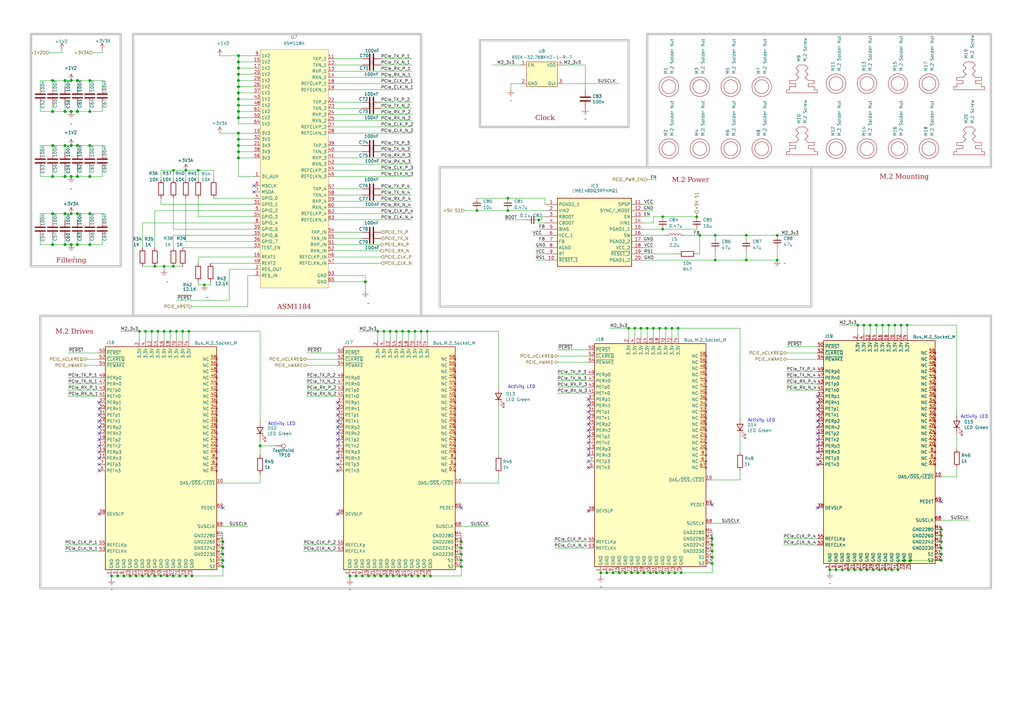
<source format=kicad_sch>
(kicad_sch (version 20250114) (generator "eeschema") (generator_version "9.0")
  (paper "A3")
  (rectangle (start 196.85 16.51) (end 257.81 52.07) (stroke (width 1) (color 200 200 200 1)))
  (rectangle (start 265.43 13.97) (end 406.4 68.58) (stroke (width 1) (color 200 200 200 1)))
  (rectangle (start 16.51 129.54) (end 406.4 241.3) (stroke (width 1) (color 200 200 200 1)))
  (rectangle (start 54.61 13.97) (end 172.72 129.54) (stroke (width 1) (color 200 200 200 1)))
  (rectangle (start 12.7 13.97) (end 49.53 109.22) (stroke (width 1) (color 200 200 200 1)))
  (rectangle (start 180.34 68.58) (end 332.74 125.73) (stroke (width 1) (color 200 200 200 1)))
  (text "Activity LED" (at 208.28 159.512 0) (effects (font (size 1.27 1.27)) (justify left bottom)))
  (text "Activity LED" (at 306.578 173.228 0) (effects (font (size 1.27 1.27)) (justify left bottom)))
  (text "Activity LED" (at 109.855 174.625 0) (effects (font (size 1.27 1.27)) (justify left bottom)))
  (text "Activity LED" (at 393.954 171.704 0) (effects (font (size 1.27 1.27)) (justify left bottom)))
  (text_box "Clock\n" (at 209.55 41.91 0) (size 27.94 9.525) (margins 1.9049 1.9049 1.9049 1.9049) (stroke (width -0.0001)) (effects (font (size 2 2) (thickness 0.3175)) (justify bottom)))
  (text_box "M.2 Mounting\n" (at 356.87 66.04 0) (size 27.94 9.525) (margins 1.9049 1.9049 1.9049 1.9049) (stroke (width -0.0001)) (effects (font (size 2 2) (thickness 0.3175)) (justify bottom)))
  (text_box "M.2 Drives\n" (at 16.51 129.54 0) (size 27.94 9.525) (margins 1.9049 1.9049 1.9049 1.9049) (stroke (width -0.0001)) (effects (font (size 2 2) (thickness 0.3175)) (justify bottom)))
  (text_box "M.2 Power\n" (at 269.24 67.31 0) (size 27.94 9.525) (margins 1.9049 1.9049 1.9049 1.9049) (stroke (width -0.0001)) (effects (font (size 2 2) (thickness 0.3175)) (justify bottom)))
  (text_box "ASM1184" (at 106.68 119.38 0) (size 27.94 9.525) (margins 1.9049 1.9049 1.9049 1.9049) (stroke (width -0.0001)) (effects (font (size 2 2) (thickness 0.3175)) (justify bottom)))
  (text_box "Filtering" (at 15.24 100.33 0) (size 27.94 9.525) (margins 1.9049 1.9049 1.9049 1.9049) (stroke (width -0.0001)) (effects (font (size 2 2) (thickness 0.3175)) (justify bottom)))
  (junction (at 36.83 59.69) (diameter 1.016))
  (junction (at 97.79 48.26) (diameter 1.016))
  (junction (at 292.1 231.14))
  (junction (at 62.23 135.89))
  (junction (at 91.44 227.33))
  (junction (at 156.21 236.22))
  (junction (at 66.04 236.22))
  (junction (at 36.83 45.72) (diameter 1.016))
  (junction (at 97.79 40.64) (diameter 1.016))
  (junction (at 31.75 87.63) (diameter 1.016))
  (junction (at 248.92 234.95))
  (junction (at 251.46 234.95))
  (junction (at 26.67 59.69) (diameter 1.016))
  (junction (at 36.83 100.33) (diameter 1.016))
  (junction (at 158.75 236.22))
  (junction (at 63.5 236.22))
  (junction (at 149.86 115.57) (diameter 1.016))
  (junction (at 63.5 109.22))
  (junction (at 163.83 236.22))
  (junction (at 259.08 234.95))
  (junction (at 260.35 134.62))
  (junction (at 306.07 106.68))
  (junction (at 151.13 236.22))
  (junction (at 36.83 33.02) (diameter 1.016))
  (junction (at 270.51 134.62))
  (junction (at 72.39 135.89))
  (junction (at 74.93 135.89))
  (junction (at 265.43 134.62))
  (junction (at 143.51 236.22))
  (junction (at 208.28 81.28))
  (junction (at 318.77 96.52))
  (junction (at 91.44 222.25))
  (junction (at 292.1 226.06))
  (junction (at 165.1 135.89))
  (junction (at 21.59 45.72) (diameter 1.016))
  (junction (at 106.68 182.88))
  (junction (at 83.82 116.84))
  (junction (at 77.47 135.89))
  (junction (at 26.67 45.72) (diameter 1.016))
  (junction (at 97.79 22.86) (diameter 1.016))
  (junction (at 175.26 135.89))
  (junction (at 271.78 93.98))
  (junction (at 189.23 232.41))
  (junction (at 59.69 135.89))
  (junction (at 189.23 224.79))
  (junction (at 369.57 133.35))
  (junction (at 97.79 57.15) (diameter 1.016))
  (junction (at 29.21 59.69) (diameter 1.016))
  (junction (at 386.08 224.79))
  (junction (at 64.77 135.89))
  (junction (at 172.72 135.89))
  (junction (at 31.75 72.39) (diameter 1.016))
  (junction (at 368.3 233.68))
  (junction (at 26.67 72.39) (diameter 1.016))
  (junction (at 372.11 133.35))
  (junction (at 189.23 227.33))
  (junction (at 154.94 135.89))
  (junction (at 162.56 135.89))
  (junction (at 367.03 133.35))
  (junction (at 91.44 232.41))
  (junction (at 171.45 236.22))
  (junction (at 266.7 234.95))
  (junction (at 274.32 234.95))
  (junction (at 267.97 134.62))
  (junction (at 370.84 229.87))
  (junction (at 292.1 228.6))
  (junction (at 161.29 236.22))
  (junction (at 91.44 224.79))
  (junction (at 386.08 229.87))
  (junction (at 67.31 109.22))
  (junction (at 97.79 59.69) (diameter 1.016))
  (junction (at 273.05 134.62))
  (junction (at 360.68 233.68))
  (junction (at 31.75 100.33) (diameter 1.016))
  (junction (at 97.79 27.94) (diameter 1.016))
  (junction (at 31.75 33.02) (diameter 1.016))
  (junction (at 271.78 234.95))
  (junction (at 306.07 96.52))
  (junction (at 57.15 135.89))
  (junction (at 359.41 133.35))
  (junction (at 386.08 222.25))
  (junction (at 97.79 62.23) (diameter 1.016))
  (junction (at 285.75 88.9))
  (junction (at 21.59 59.69) (diameter 1.016))
  (junction (at 29.21 45.72) (diameter 1.016))
  (junction (at 278.13 134.62))
  (junction (at 97.79 43.18) (diameter 1.016))
  (junction (at 26.67 100.33) (diameter 1.016))
  (junction (at 21.59 100.33) (diameter 1.016))
  (junction (at 167.64 135.89))
  (junction (at 67.31 135.89))
  (junction (at 97.79 64.77) (diameter 1.016))
  (junction (at 257.81 134.62))
  (junction (at 71.12 236.22))
  (junction (at 50.8 236.22))
  (junction (at 29.21 100.33) (diameter 1.016))
  (junction (at 373.38 229.87))
  (junction (at 355.6 233.68))
  (junction (at 195.58 86.36))
  (junction (at 358.14 233.68))
  (junction (at 97.79 25.4) (diameter 1.016))
  (junction (at 287.02 96.52))
  (junction (at 68.58 236.22))
  (junction (at 160.02 135.89))
  (junction (at 279.4 234.95))
  (junction (at 170.18 135.89))
  (junction (at 148.59 236.22))
  (junction (at 176.53 236.22))
  (junction (at 29.21 87.63))
  (junction (at 354.33 133.35))
  (junction (at 293.37 96.52))
  (junction (at 21.59 87.63) (diameter 1.016))
  (junction (at 76.2 236.22))
  (junction (at 168.91 236.22))
  (junction (at 78.74 236.22))
  (junction (at 364.49 133.35))
  (junction (at 246.38 234.95))
  (junction (at 29.21 33.02) (diameter 1.016))
  (junction (at 275.59 134.62))
  (junction (at 271.78 88.9))
  (junction (at 29.21 72.39) (diameter 1.016))
  (junction (at 69.85 135.89))
  (junction (at 220.98 90.17))
  (junction (at 361.95 133.35))
  (junction (at 36.83 72.39) (diameter 1.016))
  (junction (at 53.34 236.22))
  (junction (at 356.87 133.35))
  (junction (at 363.22 233.68))
  (junction (at 21.59 72.39) (diameter 1.016))
  (junction (at 386.08 217.17))
  (junction (at 97.79 54.61) (diameter 1.016))
  (junction (at 157.48 135.89))
  (junction (at 292.1 220.98))
  (junction (at 208.28 86.36))
  (junction (at 340.36 233.68))
  (junction (at 26.67 33.02) (diameter 1.016))
  (junction (at 97.79 30.48) (diameter 1.016))
  (junction (at 256.54 234.95))
  (junction (at 76.2 69.85))
  (junction (at 153.67 236.22))
  (junction (at 31.75 59.69) (diameter 1.016))
  (junction (at 293.37 106.68))
  (junction (at 345.44 233.68))
  (junction (at 97.79 35.56) (diameter 1.016))
  (junction (at 269.24 234.95))
  (junction (at 264.16 234.95))
  (junction (at 146.05 236.22))
  (junction (at 71.12 69.85))
  (junction (at 31.75 45.72) (diameter 1.016))
  (junction (at 261.62 234.95))
  (junction (at 36.83 87.63) (diameter 1.016))
  (junction (at 71.12 109.22))
  (junction (at 91.44 229.87))
  (junction (at 58.42 236.22))
  (junction (at 97.79 38.1) (diameter 1.016))
  (junction (at 276.86 234.95))
  (junction (at 81.28 69.85))
  (junction (at 173.99 236.22))
  (junction (at 386.08 219.71))
  (junction (at 365.76 233.68))
  (junction (at 55.88 236.22))
  (junction (at 342.9 233.68))
  (junction (at 347.98 233.68))
  (junction (at 262.89 134.62))
  (junction (at 353.06 233.68))
  (junction (at 351.79 133.35))
  (junction (at 73.66 236.22))
  (junction (at 21.59 33.02) (diameter 1.016))
  (junction (at 254 234.95))
  (junction (at 166.37 236.22))
  (junction (at 189.23 222.25))
  (junction (at 386.08 227.33))
  (junction (at 48.26 236.22))
  (junction (at 318.77 106.68))
  (junction (at 97.79 33.02) (diameter 1.016))
  (junction (at 292.1 223.52))
  (junction (at 350.52 233.68))
  (junction (at 45.72 236.22))
  (junction (at 189.23 229.87))
  (junction (at 26.67 87.63) (diameter 1.016))
  (junction (at 97.79 45.72) (diameter 1.016))
  (junction (at 60.96 236.22))
  (no_connect (at 241.3 168.91))
  (no_connect (at 241.3 173.99))
  (no_connect (at 138.43 177.8))
  (no_connect (at 386.08 205.74))
  (no_connect (at 241.3 176.53))
  (no_connect (at 335.28 190.5))
  (no_connect (at 138.43 167.64))
  (no_connect (at 138.43 185.42))
  (no_connect (at 335.28 208.28))
  (no_connect (at 138.43 165.1))
  (no_connect (at 40.64 185.42))
  (no_connect (at 138.43 187.96))
  (no_connect (at 138.43 182.88))
  (no_connect (at 40.64 177.8))
  (no_connect (at 40.64 170.18))
  (no_connect (at 241.3 163.83))
  (no_connect (at 335.28 185.42))
  (no_connect (at 91.44 208.28))
  (no_connect (at 292.1 207.01))
  (no_connect (at 138.43 193.04))
  (no_connect (at 40.64 167.64))
  (no_connect (at 104.14 78.74))
  (no_connect (at 335.28 170.18))
  (no_connect (at 138.43 180.34))
  (no_connect (at 241.3 189.23))
  (no_connect (at 138.43 172.72))
  (no_connect (at 40.64 193.04))
  (no_connect (at 241.3 166.37))
  (no_connect (at 189.23 208.28))
  (no_connect (at 138.43 170.18))
  (no_connect (at 241.3 184.15))
  (no_connect (at 40.64 210.82))
  (no_connect (at 40.64 165.1))
  (no_connect (at 335.28 187.96))
  (no_connect (at 241.3 209.55))
  (no_connect (at 241.3 171.45))
  (no_connect (at 104.14 76.2))
  (no_connect (at 241.3 191.77))
  (no_connect (at 40.64 175.26))
  (no_connect (at 40.64 180.34))
  (no_connect (at 335.28 167.64))
  (no_connect (at 335.28 182.88))
  (no_connect (at 335.28 162.56))
  (no_connect (at 40.64 190.5))
  (no_connect (at 40.64 187.96))
  (no_connect (at 138.43 190.5))
  (no_connect (at 40.64 182.88))
  (no_connect (at 138.43 210.82))
  (no_connect (at 335.28 165.1))
  (no_connect (at 335.28 180.34))
  (no_connect (at 241.3 186.69))
  (no_connect (at 241.3 181.61))
  (no_connect (at 40.64 172.72))
  (no_connect (at 241.3 179.07))
  (no_connect (at 335.28 172.72))
  (no_connect (at 335.28 177.8))
  (no_connect (at 335.28 175.26))
  (no_connect (at 138.43 175.26))
  (wire (pts (xy 97.79 57.15) (xy 97.79 54.61)))
  (wire (pts (xy 125.73 147.32) (xy 138.43 147.32)))
  (wire (pts (xy 228.6 148.59) (xy 241.3 148.59)))
  (wire (pts (xy 189.23 227.33) (xy 189.23 229.87)))
  (wire (pts (xy 369.57 133.35) (xy 372.11 133.35)))
  (wire (pts (xy 322.58 152.4) (xy 335.28 152.4)))
  (wire (pts (xy 292.1 196.85) (xy 303.53 196.85)))
  (wire (pts (xy 93.98 110.49) (xy 93.98 123.19)))
  (wire (pts (xy 176.53 236.22) (xy 173.99 236.22)))
  (wire (pts (xy 16.51 69.85) (xy 16.51 72.39)))
  (wire (pts (xy 386.08 213.36) (xy 397.51 213.36)))
  (wire (pts (xy 262.89 134.62) (xy 265.43 134.62)))
  (wire (pts (xy 189.23 215.9) (xy 200.66 215.9)))
  (wire (pts (xy 71.12 93.98) (xy 71.12 81.28)))
  (wire (pts (xy 264.16 96.52) (xy 273.05 96.52)))
  (wire (pts (xy 91.44 229.87) (xy 91.44 232.41)))
  (wire (pts (xy 38.1 21.59) (xy 41.91 21.59)))
  (wire (pts (xy 87.63 81.28) (xy 104.14 81.28)))
  (wire (pts (xy 137.16 87.63) (xy 168.91 87.63)))
  (wire (pts (xy 125.73 160.02) (xy 138.43 160.02)))
  (wire (pts (xy 220.98 90.17) (xy 220.98 91.44)))
  (wire (pts (xy 41.91 59.69) (xy 41.91 62.23)))
  (wire (pts (xy 154.94 135.89) (xy 157.48 135.89)))
  (wire (pts (xy 104.14 113.03) (xy 101.6 113.03)))
  (wire (pts (xy 153.67 236.22) (xy 156.21 236.22)))
  (wire (pts (xy 104.14 93.98) (xy 71.12 93.98)))
  (wire (pts (xy 21.59 69.85) (xy 21.59 72.39)))
  (wire (pts (xy 16.51 62.23) (xy 16.51 59.69)))
  (wire (pts (xy 271.78 234.95) (xy 269.24 234.95)))
  (wire (pts (xy 25.4 21.59) (xy 25.4 20.32)))
  (wire (pts (xy 125.73 144.78) (xy 138.43 144.78)))
  (wire (pts (xy 344.17 133.35) (xy 351.79 133.35)))
  (wire (pts (xy 104.14 99.06) (xy 76.2 99.06)))
  (wire (pts (xy 74.93 135.89) (xy 74.93 139.7)))
  (wire (pts (xy 27.94 157.48) (xy 40.64 157.48)))
  (wire (pts (xy 137.16 90.17) (xy 168.91 90.17)))
  (wire (pts (xy 156.21 77.47) (xy 168.91 77.47)))
  (wire (pts (xy 91.44 232.41) (xy 91.44 236.22)))
  (wire (pts (xy 45.72 236.22) (xy 45.72 237.49)))
  (wire (pts (xy 345.44 233.68) (xy 342.9 233.68)))
  (wire (pts (xy 91.44 224.79) (xy 91.44 227.33)))
  (wire (pts (xy 66.04 83.82) (xy 66.04 81.28)))
  (wire (pts (xy 59.69 135.89) (xy 59.69 139.7)))
  (wire (pts (xy 26.67 97.79) (xy 26.67 100.33)))
  (wire (pts (xy 36.83 97.79) (xy 36.83 100.33)))
  (wire (pts (xy 36.83 100.33) (xy 41.91 100.33)))
  (wire (pts (xy 306.07 97.79) (xy 306.07 96.52)))
  (wire (pts (xy 303.53 179.07) (xy 303.53 185.42)))
  (wire (pts (xy 251.46 234.95) (xy 248.92 234.95)))
  (wire (pts (xy 364.49 133.35) (xy 364.49 137.16)))
  (wire (pts (xy 36.83 33.02) (xy 41.91 33.02)))
  (wire (pts (xy 285.75 87.63) (xy 285.75 88.9)))
  (wire (pts (xy 386.08 229.87) (xy 373.38 229.87)))
  (wire (pts (xy 41.91 45.72) (xy 41.91 43.18)))
  (wire (pts (xy 97.79 64.77) (xy 104.14 64.77)))
  (wire (pts (xy 275.59 134.62) (xy 275.59 138.43)))
  (wire (pts (xy 31.75 72.39) (xy 36.83 72.39)))
  (wire (pts (xy 285.75 104.14) (xy 287.02 104.14)))
  (wire (pts (xy 228.6 153.67) (xy 241.3 153.67)))
  (wire (pts (xy 322.58 154.94) (xy 335.28 154.94)))
  (wire (pts (xy 137.16 64.77) (xy 168.91 64.77)))
  (wire (pts (xy 276.86 234.95) (xy 274.32 234.95)))
  (wire (pts (xy 267.97 99.06) (xy 264.16 99.06)))
  (wire (pts (xy 170.18 135.89) (xy 170.18 139.7)))
  (wire (pts (xy 231.14 34.29) (xy 254 34.29)))
  (wire (pts (xy 77.47 135.89) (xy 77.47 139.7)))
  (wire (pts (xy 64.77 135.89) (xy 64.77 139.7)))
  (wire (pts (xy 156.21 80.01) (xy 168.91 80.01)))
  (wire (pts (xy 36.83 87.63) (xy 41.91 87.63)))
  (wire (pts (xy 137.16 36.83) (xy 168.91 36.83)))
  (wire (pts (xy 254 234.95) (xy 256.54 234.95)))
  (wire (pts (xy 97.79 38.1) (xy 104.14 38.1)))
  (wire (pts (xy 69.85 135.89) (xy 72.39 135.89)))
  (wire (pts (xy 267.97 134.62) (xy 267.97 138.43)))
  (wire (pts (xy 318.77 106.68) (xy 306.07 106.68)))
  (wire (pts (xy 71.12 69.85) (xy 76.2 69.85)))
  (wire (pts (xy 148.59 236.22) (xy 151.13 236.22)))
  (wire (pts (xy 228.6 161.29) (xy 241.3 161.29)))
  (wire (pts (xy 322.58 160.02) (xy 335.28 160.02)))
  (wire (pts (xy 264.16 93.98) (xy 271.78 93.98)))
  (wire (pts (xy 271.78 88.9) (xy 285.75 88.9)))
  (wire (pts (xy 149.86 113.03) (xy 149.86 115.57)))
  (wire (pts (xy 137.16 52.07) (xy 168.91 52.07)))
  (wire (pts (xy 373.38 233.68) (xy 373.38 229.87)))
  (wire (pts (xy 29.21 45.72) (xy 31.75 45.72)))
  (wire (pts (xy 240.03 26.67) (xy 231.14 26.67)))
  (wire (pts (xy 81.28 105.41) (xy 81.28 107.95)))
  (wire (pts (xy 29.21 59.69) (xy 31.75 59.69)))
  (wire (pts (xy 168.91 236.22) (xy 166.37 236.22)))
  (wire (pts (xy 21.59 59.69) (xy 26.67 59.69)))
  (wire (pts (xy 40.64 154.94) (xy 27.94 154.94)))
  (wire (pts (xy 292.1 223.52) (xy 292.1 226.06)))
  (wire (pts (xy 262.89 134.62) (xy 262.89 138.43)))
  (wire (pts (xy 63.5 109.22) (xy 67.31 109.22)))
  (wire (pts (xy 66.04 73.66) (xy 66.04 69.85)))
  (wire (pts (xy 354.33 133.35) (xy 354.33 137.16)))
  (wire (pts (xy 29.21 100.33) (xy 31.75 100.33)))
  (wire (pts (xy 97.79 54.61) (xy 90.17 54.61)))
  (wire (pts (xy 81.28 69.85) (xy 81.28 73.66)))
  (wire (pts (xy 204.47 198.12) (xy 204.47 194.31)))
  (wire (pts (xy 36.83 33.02) (xy 36.83 35.56)))
  (wire (pts (xy 220.98 90.17) (xy 222.25 90.17)))
  (wire (pts (xy 36.83 72.39) (xy 41.91 72.39)))
  (wire (pts (xy 361.95 133.35) (xy 361.95 137.16)))
  (wire (pts (xy 359.41 133.35) (xy 359.41 137.16)))
  (wire (pts (xy 77.47 135.89) (xy 106.68 135.89)))
  (wire (pts (xy 347.98 233.68) (xy 350.52 233.68)))
  (wire (pts (xy 137.16 41.91) (xy 148.59 41.91)))
  (wire (pts (xy 147.32 135.89) (xy 154.94 135.89)))
  (wire (pts (xy 264.16 234.95) (xy 266.7 234.95)))
  (wire (pts (xy 156.21 24.13) (xy 168.91 24.13)))
  (wire (pts (xy 318.77 96.52) (xy 327.66 96.52)))
  (wire (pts (xy 154.94 135.89) (xy 154.94 139.7)))
  (wire (pts (xy 345.44 233.68) (xy 347.98 233.68)))
  (wire (pts (xy 64.77 135.89) (xy 67.31 135.89)))
  (wire (pts (xy 16.51 100.33) (xy 21.59 100.33)))
  (wire (pts (xy 257.81 134.62) (xy 257.81 138.43)))
  (wire (pts (xy 370.84 233.68) (xy 370.84 229.87)))
  (wire (pts (xy 222.25 88.9) (xy 223.52 88.9)))
  (wire (pts (xy 106.68 135.89) (xy 106.68 172.72)))
  (wire (pts (xy 267.97 134.62) (xy 270.51 134.62)))
  (wire (pts (xy 97.79 40.64) (xy 104.14 40.64)))
  (wire (pts (xy 104.14 48.26) (xy 97.79 48.26)))
  (wire (pts (xy 45.72 236.22) (xy 48.26 236.22)))
  (wire (pts (xy 104.14 96.52) (xy 71.12 96.52)))
  (wire (pts (xy 372.11 133.35) (xy 372.11 137.16)))
  (wire (pts (xy 97.79 62.23) (xy 97.79 59.69)))
  (wire (pts (xy 31.75 87.63) (xy 31.75 90.17)))
  (wire (pts (xy 71.12 109.22) (xy 74.93 109.22)))
  (wire (pts (xy 265.43 134.62) (xy 265.43 138.43)))
  (wire (pts (xy 354.33 133.35) (xy 356.87 133.35)))
  (wire (pts (xy 322.58 157.48) (xy 335.28 157.48)))
  (wire (pts (xy 137.16 77.47) (xy 148.59 77.47)))
  (wire (pts (xy 26.67 69.85) (xy 26.67 72.39)))
  (wire (pts (xy 104.14 110.49) (xy 93.98 110.49)))
  (wire (pts (xy 156.21 44.45) (xy 168.91 44.45)))
  (wire (pts (xy 31.75 59.69) (xy 36.83 59.69)))
  (wire (pts (xy 267.97 91.44) (xy 267.97 88.9)))
  (wire (pts (xy 16.51 90.17) (xy 16.51 87.63)))
  (wire (pts (xy 91.44 219.71) (xy 91.44 222.25)))
  (wire (pts (xy 16.51 87.63) (xy 21.59 87.63)))
  (wire (pts (xy 26.67 100.33) (xy 29.21 100.33)))
  (wire (pts (xy 72.39 135.89) (xy 74.93 135.89)))
  (wire (pts (xy 257.81 134.62) (xy 260.35 134.62)))
  (wire (pts (xy 73.66 236.22) (xy 71.12 236.22)))
  (wire (pts (xy 29.21 33.02) (xy 31.75 33.02)))
  (wire (pts (xy 137.16 107.95) (xy 156.21 107.95)))
  (wire (pts (xy 228.6 143.51) (xy 241.3 143.51)))
  (wire (pts (xy 351.79 133.35) (xy 351.79 137.16)))
  (wire (pts (xy 137.16 100.33) (xy 156.21 100.33)))
  (wire (pts (xy 167.64 135.89) (xy 170.18 135.89)))
  (wire (pts (xy 156.21 59.69) (xy 168.91 59.69)))
  (wire (pts (xy 364.49 133.35) (xy 367.03 133.35)))
  (wire (pts (xy 368.3 233.68) (xy 368.3 229.87)))
  (wire (pts (xy 386.08 224.79) (xy 386.08 227.33)))
  (wire (pts (xy 260.35 134.62) (xy 260.35 138.43)))
  (wire (pts (xy 31.75 69.85) (xy 31.75 72.39)))
  (wire (pts (xy 31.75 43.18) (xy 31.75 45.72)))
  (wire (pts (xy 269.24 234.95) (xy 266.7 234.95)))
  (wire (pts (xy 97.79 35.56) (xy 97.79 33.02)))
  (wire (pts (xy 137.16 95.25) (xy 148.59 95.25)))
  (wire (pts (xy 125.73 149.86) (xy 138.43 149.86)))
  (wire (pts (xy 287.02 104.14) (xy 287.02 96.52)))
  (wire (pts (xy 165.1 135.89) (xy 165.1 139.7)))
  (wire (pts (xy 91.44 227.33) (xy 91.44 229.87)))
  (wire (pts (xy 27.94 144.78) (xy 40.64 144.78)))
  (wire (pts (xy 86.36 116.84) (xy 83.82 116.84)))
  (wire (pts (xy 351.79 133.35) (xy 354.33 133.35)))
  (wire (pts (xy 318.77 101.6) (xy 318.77 106.68)))
  (wire (pts (xy 97.79 27.94) (xy 104.14 27.94)))
  (wire (pts (xy 292.1 218.44) (xy 292.1 220.98)))
  (wire (pts (xy 41.91 100.33) (xy 41.91 97.79)))
  (wire (pts (xy 228.6 158.75) (xy 241.3 158.75)))
  (wire (pts (xy 26.67 33.02) (xy 29.21 33.02)))
  (wire (pts (xy 392.43 133.35) (xy 392.43 170.18)))
  (wire (pts (xy 104.14 83.82) (xy 66.04 83.82)))
  (wire (pts (xy 170.18 135.89) (xy 172.72 135.89)))
  (wire (pts (xy 209.55 36.83) (xy 209.55 34.29)))
  (wire (pts (xy 29.21 72.39) (xy 31.75 72.39)))
  (wire (pts (xy 137.16 59.69) (xy 148.59 59.69)))
  (wire (pts (xy 137.16 31.75) (xy 168.91 31.75)))
  (wire (pts (xy 124.46 223.52) (xy 138.43 223.52)))
  (wire (pts (xy 36.83 69.85) (xy 36.83 72.39)))
  (wire (pts (xy 97.79 33.02) (xy 97.79 30.48)))
  (wire (pts (xy 71.12 236.22) (xy 68.58 236.22)))
  (wire (pts (xy 172.72 135.89) (xy 172.72 139.7)))
  (wire (pts (xy 386.08 217.17) (xy 386.08 219.71)))
  (wire (pts (xy 76.2 236.22) (xy 73.66 236.22)))
  (wire (pts (xy 137.16 97.79) (xy 148.59 97.79)))
  (wire (pts (xy 81.28 105.41) (xy 104.14 105.41)))
  (wire (pts (xy 160.02 135.89) (xy 162.56 135.89)))
  (wire (pts (xy 21.59 87.63) (xy 21.59 90.17)))
  (wire (pts (xy 67.31 135.89) (xy 67.31 139.7)))
  (wire (pts (xy 189.23 232.41) (xy 189.23 236.22)))
  (wire (pts (xy 148.59 236.22) (xy 146.05 236.22)))
  (wire (pts (xy 91.44 198.12) (xy 106.68 198.12)))
  (wire (pts (xy 278.13 134.62) (xy 303.53 134.62)))
  (wire (pts (xy 81.28 69.85) (xy 87.63 69.85)))
  (wire (pts (xy 21.59 59.69) (xy 21.59 62.23)))
  (wire (pts (xy 67.31 110.49) (xy 67.31 109.22)))
  (wire (pts (xy 63.5 86.36) (xy 63.5 101.6)))
  (wire (pts (xy 58.42 109.22) (xy 63.5 109.22)))
  (wire (pts (xy 97.79 62.23) (xy 104.14 62.23)))
  (wire (pts (xy 106.68 182.88) (xy 106.68 180.34)))
  (wire (pts (xy 303.53 134.62) (xy 303.53 171.45)))
  (wire (pts (xy 16.51 72.39) (xy 21.59 72.39)))
  (wire (pts (xy 137.16 113.03) (xy 149.86 113.03)))
  (wire (pts (xy 246.38 234.95) (xy 248.92 234.95)))
  (wire (pts (xy 104.14 50.8) (xy 97.79 50.8)))
  (wire (pts (xy 227.33 222.25) (xy 241.3 222.25)))
  (wire (pts (xy 175.26 135.89) (xy 204.47 135.89)))
  (wire (pts (xy 149.86 115.57) (xy 149.86 119.38)))
  (wire (pts (xy 72.39 135.89) (xy 72.39 139.7)))
  (wire (pts (xy 264.16 91.44) (xy 267.97 91.44)))
  (wire (pts (xy 31.75 33.02) (xy 36.83 33.02)))
  (wire (pts (xy 156.21 26.67) (xy 168.91 26.67)))
  (wire (pts (xy 16.51 59.69) (xy 21.59 59.69)))
  (wire (pts (xy 57.15 135.89) (xy 57.15 139.7)))
  (wire (pts (xy 321.31 220.98) (xy 335.28 220.98)))
  (wire (pts (xy 369.57 133.35) (xy 369.57 137.16)))
  (wire (pts (xy 31.75 45.72) (xy 36.83 45.72)))
  (wire (pts (xy 270.51 134.62) (xy 270.51 138.43)))
  (wire (pts (xy 355.6 233.68) (xy 353.06 233.68)))
  (wire (pts (xy 306.07 106.68) (xy 293.37 106.68)))
  (wire (pts (xy 50.8 236.22) (xy 53.34 236.22)))
  (wire (pts (xy 162.56 135.89) (xy 162.56 139.7)))
  (wire (pts (xy 21.59 100.33) (xy 26.67 100.33)))
  (wire (pts (xy 322.58 144.78) (xy 335.28 144.78)))
  (wire (pts (xy 386.08 195.58) (xy 392.43 195.58)))
  (wire (pts (xy 162.56 135.89) (xy 165.1 135.89)))
  (wire (pts (xy 137.16 72.39) (xy 168.91 72.39)))
  (wire (pts (xy 97.79 45.72) (xy 97.79 43.18)))
  (wire (pts (xy 137.16 115.57) (xy 149.86 115.57)))
  (wire (pts (xy 67.31 135.89) (xy 69.85 135.89)))
  (wire (pts (xy 207.01 90.17) (xy 215.9 90.17)))
  (wire (pts (xy 261.62 234.95) (xy 264.16 234.95)))
  (wire (pts (xy 124.46 226.06) (xy 138.43 226.06)))
  (wire (pts (xy 125.73 154.94) (xy 138.43 154.94)))
  (wire (pts (xy 386.08 222.25) (xy 386.08 224.79)))
  (wire (pts (xy 76.2 69.85) (xy 76.2 73.66)))
  (wire (pts (xy 137.16 82.55) (xy 168.91 82.55)))
  (wire (pts (xy 171.45 236.22) (xy 168.91 236.22)))
  (wire (pts (xy 386.08 229.87) (xy 386.08 227.33)))
  (wire (pts (xy 31.75 59.69) (xy 31.75 62.23)))
  (wire (pts (xy 60.96 236.22) (xy 63.5 236.22)))
  (wire (pts (xy 97.79 30.48) (xy 97.79 27.94)))
  (wire (pts (xy 97.79 33.02) (xy 104.14 33.02)))
  (wire (pts (xy 340.36 233.68) (xy 342.9 233.68)))
  (wire (pts (xy 137.16 102.87) (xy 156.21 102.87)))
  (wire (pts (xy 81.28 88.9) (xy 81.28 81.28)))
  (wire (pts (xy 76.2 69.85) (xy 81.28 69.85)))
  (wire (pts (xy 74.93 135.89) (xy 77.47 135.89)))
  (wire (pts (xy 287.02 96.52) (xy 293.37 96.52)))
  (wire (pts (xy 143.51 236.22) (xy 143.51 237.49)))
  (wire (pts (xy 204.47 166.37) (xy 204.47 186.69)))
  (wire (pts (xy 31.75 97.79) (xy 31.75 100.33)))
  (wire (pts (xy 157.48 135.89) (xy 157.48 139.7)))
  (wire (pts (xy 104.14 91.44) (xy 58.42 91.44)))
  (wire (pts (xy 35.56 147.32) (xy 40.64 147.32)))
  (wire (pts (xy 370.84 229.87) (xy 368.3 229.87)))
  (wire (pts (xy 36.83 59.69) (xy 41.91 59.69)))
  (wire (pts (xy 97.79 30.48) (xy 104.14 30.48)))
  (wire (pts (xy 57.15 135.89) (xy 59.69 135.89)))
  (wire (pts (xy 220.98 99.06) (xy 223.52 99.06)))
  (wire (pts (xy 260.35 134.62) (xy 262.89 134.62)))
  (wire (pts (xy 386.08 217.17) (xy 386.08 215.9)))
  (wire (pts (xy 209.55 34.29) (xy 213.36 34.29)))
  (wire (pts (xy 97.79 38.1) (xy 97.79 35.56)))
  (wire (pts (xy 280.67 96.52) (xy 287.02 96.52)))
  (wire (pts (xy 125.73 157.48) (xy 138.43 157.48)))
  (wire (pts (xy 256.54 234.95) (xy 259.08 234.95)))
  (wire (pts (xy 35.56 149.86) (xy 40.64 149.86)))
  (wire (pts (xy 16.51 35.56) (xy 16.51 33.02)))
  (wire (pts (xy 58.42 91.44) (xy 58.42 101.6)))
  (wire (pts (xy 273.05 134.62) (xy 275.59 134.62)))
  (wire (pts (xy 41.91 21.59) (xy 41.91 20.32)))
  (wire (pts (xy 137.16 67.31) (xy 168.91 67.31)))
  (wire (pts (xy 223.52 96.52) (xy 218.44 96.52)))
  (wire (pts (xy 26.67 43.18) (xy 26.67 45.72)))
  (wire (pts (xy 273.05 134.62) (xy 273.05 138.43)))
  (wire (pts (xy 97.79 25.4) (xy 104.14 25.4)))
  (wire (pts (xy 97.79 43.18) (xy 97.79 40.64)))
  (wire (pts (xy 106.68 182.88) (xy 113.03 182.88)))
  (wire (pts (xy 271.78 93.98) (xy 285.75 93.98)))
  (wire (pts (xy 97.79 64.77) (xy 97.79 62.23)))
  (wire (pts (xy 26.67 33.02) (xy 26.67 35.56)))
  (wire (pts (xy 292.1 220.98) (xy 292.1 223.52)))
  (wire (pts (xy 41.91 87.63) (xy 41.91 90.17)))
  (wire (pts (xy 97.79 40.64) (xy 97.79 38.1)))
  (wire (pts (xy 90.17 22.86) (xy 97.79 22.86)))
  (wire (pts (xy 69.85 135.89) (xy 69.85 139.7)))
  (wire (pts (xy 189.23 229.87) (xy 189.23 232.41)))
  (wire (pts (xy 104.14 86.36) (xy 63.5 86.36)))
  (wire (pts (xy 275.59 134.62) (xy 278.13 134.62)))
  (wire (pts (xy 78.74 236.22) (xy 76.2 236.22)))
  (wire (pts (xy 363.22 233.68) (xy 360.68 233.68)))
  (wire (pts (xy 71.12 69.85) (xy 71.12 73.66)))
  (wire (pts (xy 16.51 33.02) (xy 21.59 33.02)))
  (wire (pts (xy 355.6 233.68) (xy 358.14 233.68)))
  (wire (pts (xy 219.71 104.14) (xy 223.52 104.14)))
  (wire (pts (xy 74.93 101.6) (xy 104.14 101.6)))
  (wire (pts (xy 167.64 135.89) (xy 167.64 139.7)))
  (wire (pts (xy 195.58 81.28) (xy 208.28 81.28)))
  (wire (pts (xy 21.59 33.02) (xy 26.67 33.02)))
  (wire (pts (xy 265.43 134.62) (xy 267.97 134.62)))
  (wire (pts (xy 350.52 233.68) (xy 353.06 233.68)))
  (wire (pts (xy 356.87 133.35) (xy 359.41 133.35)))
  (wire (pts (xy 41.91 33.02) (xy 41.91 35.56)))
  (wire (pts (xy 279.4 234.95) (xy 276.86 234.95)))
  (wire (pts (xy 26.67 59.69) (xy 29.21 59.69)))
  (wire (pts (xy 106.68 198.12) (xy 106.68 194.31)))
  (wire (pts (xy 151.13 236.22) (xy 153.67 236.22)))
  (wire (pts (xy 293.37 102.87) (xy 293.37 106.68)))
  (wire (pts (xy 97.79 48.26) (xy 97.79 45.72)))
  (wire (pts (xy 356.87 133.35) (xy 356.87 137.16)))
  (wire (pts (xy 55.88 236.22) (xy 58.42 236.22)))
  (wire (pts (xy 76.2 99.06) (xy 76.2 81.28)))
  (wire (pts (xy 97.79 59.69) (xy 104.14 59.69)))
  (wire (pts (xy 137.16 46.99) (xy 168.91 46.99)))
  (wire (pts (xy 97.79 54.61) (xy 104.14 54.61)))
  (wire (pts (xy 219.71 106.68) (xy 223.52 106.68)))
  (wire (pts (xy 265.43 73.66) (xy 269.24 73.66)))
  (wire (pts (xy 26.67 223.52) (xy 40.64 223.52)))
  (wire (pts (xy 306.07 96.52) (xy 318.77 96.52)))
  (wire (pts (xy 41.91 72.39) (xy 41.91 69.85)))
  (wire (pts (xy 208.28 86.36) (xy 223.52 86.36)))
  (wire (pts (xy 270.51 134.62) (xy 273.05 134.62)))
  (wire (pts (xy 175.26 135.89) (xy 175.26 139.7)))
  (wire (pts (xy 250.19 134.62) (xy 257.81 134.62)))
  (wire (pts (xy 158.75 236.22) (xy 161.29 236.22)))
  (wire (pts (xy 156.21 41.91) (xy 168.91 41.91)))
  (wire (pts (xy 166.37 236.22) (xy 163.83 236.22)))
  (wire (pts (xy 91.44 222.25) (xy 91.44 224.79)))
  (wire (pts (xy 137.16 24.13) (xy 148.59 24.13)))
  (wire (pts (xy 31.75 33.02) (xy 31.75 35.56)))
  (wire (pts (xy 66.04 69.85) (xy 71.12 69.85)))
  (wire (pts (xy 189.23 236.22) (xy 176.53 236.22)))
  (wire (pts (xy 91.44 236.22) (xy 78.74 236.22)))
  (wire (pts (xy 173.99 236.22) (xy 171.45 236.22)))
  (wire (pts (xy 292.1 228.6) (xy 292.1 231.14)))
  (wire (pts (xy 50.8 236.22) (xy 48.26 236.22)))
  (wire (pts (xy 26.67 72.39) (xy 29.21 72.39)))
  (wire (pts (xy 392.43 177.8) (xy 392.43 184.15)))
  (wire (pts (xy 201.93 26.67) (xy 213.36 26.67)))
  (wire (pts (xy 137.16 105.41) (xy 156.21 105.41)))
  (wire (pts (xy 26.67 87.63) (xy 26.67 90.17)))
  (wire (pts (xy 367.03 133.35) (xy 369.57 133.35)))
  (wire (pts (xy 266.7 88.9) (xy 264.16 88.9)))
  (wire (pts (xy 97.79 50.8) (xy 97.79 48.26)))
  (wire (pts (xy 368.3 233.68) (xy 365.76 233.68)))
  (wire (pts (xy 189.23 219.71) (xy 189.23 222.25)))
  (wire (pts (xy 267.97 86.36) (xy 264.16 86.36)))
  (wire (pts (xy 62.23 135.89) (xy 64.77 135.89)))
  (wire (pts (xy 36.83 87.63) (xy 36.83 90.17)))
  (wire (pts (xy 137.16 34.29) (xy 168.91 34.29)))
  (wire (pts (xy 373.38 229.87) (xy 370.84 229.87)))
  (wire (pts (xy 160.02 135.89) (xy 160.02 139.7)))
  (wire (pts (xy 264.16 106.68) (xy 293.37 106.68)))
  (wire (pts (xy 16.51 97.79) (xy 16.51 100.33)))
  (wire (pts (xy 137.16 69.85) (xy 168.91 69.85)))
  (wire (pts (xy 53.34 236.22) (xy 55.88 236.22)))
  (wire (pts (xy 264.16 104.14) (xy 278.13 104.14)))
  (wire (pts (xy 26.67 45.72) (xy 29.21 45.72)))
  (wire (pts (xy 204.47 135.89) (xy 204.47 158.75)))
  (wire (pts (xy 293.37 96.52) (xy 306.07 96.52)))
  (wire (pts (xy 86.36 115.57) (xy 86.36 116.84)))
  (wire (pts (xy 20.32 21.59) (xy 25.4 21.59)))
  (wire (pts (xy 81.28 116.84) (xy 81.28 115.57)))
  (wire (pts (xy 246.38 234.95) (xy 246.38 236.22)))
  (wire (pts (xy 261.62 234.95) (xy 259.08 234.95)))
  (wire (pts (xy 86.36 107.95) (xy 104.14 107.95)))
  (wire (pts (xy 267.97 101.6) (xy 264.16 101.6)))
  (wire (pts (xy 26.67 87.63) (xy 29.21 87.63)))
  (wire (pts (xy 156.21 62.23) (xy 168.91 62.23)))
  (wire (pts (xy 137.16 26.67) (xy 148.59 26.67)))
  (wire (pts (xy 267.97 83.82) (xy 264.16 83.82)))
  (wire (pts (xy 29.21 87.63) (xy 31.75 87.63)))
  (wire (pts (xy 137.16 44.45) (xy 148.59 44.45)))
  (wire (pts (xy 97.79 57.15) (xy 104.14 57.15)))
  (wire (pts (xy 27.94 160.02) (xy 40.64 160.02)))
  (wire (pts (xy 303.53 196.85) (xy 303.53 193.04)))
  (wire (pts (xy 27.94 162.56) (xy 40.64 162.56)))
  (wire (pts (xy 97.79 35.56) (xy 104.14 35.56)))
  (wire (pts (xy 137.16 80.01) (xy 148.59 80.01)))
  (wire (pts (xy 21.59 33.02) (xy 21.59 35.56)))
  (wire (pts (xy 67.31 109.22) (xy 71.12 109.22)))
  (wire (pts (xy 359.41 133.35) (xy 361.95 133.35)))
  (wire (pts (xy 278.13 134.62) (xy 278.13 138.43)))
  (wire (pts (xy 143.51 236.22) (xy 146.05 236.22)))
  (wire (pts (xy 36.83 59.69) (xy 36.83 62.23)))
  (wire (pts (xy 104.14 72.39) (xy 97.79 72.39)))
  (wire (pts (xy 340.36 233.68) (xy 340.36 234.95)))
  (wire (pts (xy 392.43 195.58) (xy 392.43 191.77)))
  (wire (pts (xy 97.79 64.77) (xy 97.79 72.39)))
  (wire (pts (xy 71.12 96.52) (xy 71.12 101.6)))
  (wire (pts (xy 97.79 22.86) (xy 104.14 22.86)))
  (wire (pts (xy 358.14 233.68) (xy 360.68 233.68)))
  (wire (pts (xy 372.11 133.35) (xy 392.43 133.35)))
  (wire (pts (xy 227.33 224.79) (xy 241.3 224.79)))
  (wire (pts (xy 21.59 87.63) (xy 26.67 87.63)))
  (wire (pts (xy 365.76 233.68) (xy 363.22 233.68)))
  (wire (pts (xy 306.07 102.87) (xy 306.07 106.68)))
  (wire (pts (xy 68.58 236.22) (xy 66.04 236.22)))
  (wire (pts (xy 158.75 236.22) (xy 156.21 236.22)))
  (wire (pts (xy 101.6 113.03) (xy 101.6 125.73)))
  (wire (pts (xy 83.82 116.84) (xy 81.28 116.84)))
  (wire (pts (xy 386.08 219.71) (xy 386.08 222.25)))
  (wire (pts (xy 292.1 231.14) (xy 292.1 234.95)))
  (wire (pts (xy 222.25 90.17) (xy 222.25 88.9)))
  (wire (pts (xy 78.74 125.73) (xy 101.6 125.73)))
  (wire (pts (xy 26.67 226.06) (xy 40.64 226.06)))
  (wire (pts (xy 292.1 234.95) (xy 279.4 234.95)))
  (wire (pts (xy 322.58 142.24) (xy 335.28 142.24)))
  (wire (pts (xy 321.31 223.52) (xy 335.28 223.52)))
  (wire (pts (xy 172.72 135.89) (xy 175.26 135.89)))
  (wire (pts (xy 87.63 73.66) (xy 87.63 69.85)))
  (wire (pts (xy 228.6 156.21) (xy 241.3 156.21)))
  (wire (pts (xy 240.03 36.83) (xy 240.03 26.67)))
  (wire (pts (xy 63.5 236.22) (xy 66.04 236.22)))
  (wire (pts (xy 137.16 54.61) (xy 168.91 54.61)))
  (wire (pts (xy 62.23 135.89) (xy 62.23 139.7)))
  (wire (pts (xy 189.23 222.25) (xy 189.23 224.79)))
  (wire (pts (xy 106.68 182.88) (xy 106.68 186.69)))
  (wire (pts (xy 26.67 59.69) (xy 26.67 62.23)))
  (wire (pts (xy 208.28 81.28) (xy 223.52 81.28)))
  (wire (pts (xy 292.1 226.06) (xy 292.1 228.6)))
  (wire (pts (xy 59.69 135.89) (xy 62.23 135.89)))
  (wire (pts (xy 293.37 97.79) (xy 293.37 96.52)))
  (wire (pts (xy 16.51 45.72) (xy 21.59 45.72)))
  (wire (pts (xy 21.59 45.72) (xy 26.67 45.72)))
  (wire (pts (xy 367.03 133.35) (xy 367.03 137.16)))
  (wire (pts (xy 31.75 100.33) (xy 36.83 100.33)))
  (wire (pts (xy 274.32 234.95) (xy 271.78 234.95)))
  (wire (pts (xy 31.75 87.63) (xy 36.83 87.63)))
  (wire (pts (xy 165.1 135.89) (xy 167.64 135.89)))
  (wire (pts (xy 251.46 234.95) (xy 254 234.95)))
  (wire (pts (xy 219.71 101.6) (xy 223.52 101.6)))
  (wire (pts (xy 292.1 214.63) (xy 303.53 214.63)))
  (wire (pts (xy 60.96 236.22) (xy 58.42 236.22)))
  (wire (pts (xy 228.6 146.05) (xy 241.3 146.05)))
  (wire (pts (xy 97.79 45.72) (xy 104.14 45.72)))
  (wire (pts (xy 322.58 147.32) (xy 335.28 147.32)))
  (wire (pts (xy 49.53 135.89) (xy 57.15 135.89)))
  (wire (pts (xy 220.98 91.44) (xy 223.52 91.44)))
  (wire (pts (xy 223.52 81.28) (xy 223.52 83.82)))
  (wire (pts (xy 190.5 86.36) (xy 195.58 86.36)))
  (wire (pts (xy 125.73 162.56) (xy 138.43 162.56)))
  (wire (pts (xy 137.16 29.21) (xy 168.91 29.21)))
  (wire (pts (xy 137.16 85.09) (xy 168.91 85.09)))
  (wire (pts (xy 91.44 215.9) (xy 101.6 215.9)))
  (wire (pts (xy 16.51 43.18) (xy 16.51 45.72)))
  (wire (pts (xy 137.16 62.23) (xy 148.59 62.23)))
  (wire (pts (xy 97.79 59.69) (xy 97.79 57.15)))
  (wire (pts (xy 21.59 43.18) (xy 21.59 45.72)))
  (wire (pts (xy 104.14 88.9) (xy 81.28 88.9)))
  (wire (pts (xy 361.95 133.35) (xy 364.49 133.35)))
  (wire (pts (xy 97.79 27.94) (xy 97.79 25.4)))
  (wire (pts (xy 220.98 93.98) (xy 223.52 93.98)))
  (wire (pts (xy 161.29 236.22) (xy 163.83 236.22)))
  (wire (pts (xy 195.58 86.36) (xy 208.28 86.36)))
  (wire (pts (xy 137.16 49.53) (xy 168.91 49.53)))
  (wire (pts (xy 157.48 135.89) (xy 160.02 135.89)))
  (wire (pts (xy 189.23 198.12) (xy 204.47 198.12)))
  (wire (pts (xy 72.39 123.19) (xy 93.98 123.19)))
  (wire (pts (xy 267.97 88.9) (xy 271.78 88.9)))
  (wire (pts (xy 36.83 43.18) (xy 36.83 45.72)))
  (wire (pts (xy 21.59 72.39) (xy 26.67 72.39)))
  (wire (pts (xy 36.83 45.72) (xy 41.91 45.72)))
  (wire (pts (xy 21.59 97.79) (xy 21.59 100.33)))
  (wire (pts (xy 189.23 224.79) (xy 189.23 227.33)))
  (wire (pts (xy 97.79 25.4) (xy 97.79 22.86)))
  (wire (pts (xy 97.79 43.18) (xy 104.14 43.18)))
  (label "PCIe_RX_N_1" (at 156.21 31.75 0))
  (label "PCIe_RX_N_2" (at 156.21 49.53 0))
  (label "~{PERST}" (at 132.08 144.78 180))
  (label "VCC" (at 218.44 96.52 0))
  (label "M2_3v3" (at 49.53 135.89 0))
  (label "PCIe_TX_P_3" (at 156.21 59.69 0))
  (label "PCIe_RX_N_4" (at 156.21 85.09 0))
  (label "PCIe_TX_N_2" (at 125.73 157.48 0))
  (label "PCIe_TX_N_3" (at 156.21 62.23 0))
  (label "VCC" (at 267.97 101.6 180))
  (label "PCIe_RX_P_4" (at 156.21 82.55 0))
  (label "SUSCLK" (at 389.89 213.36 0))
  (label "FB" (at 287.02 96.52 180))
  (label "PCIe_TX_P_2" (at 156.21 41.91 0))
  (label "PCIe_CLK_N_4" (at 156.21 90.17 0))
  (label "PCIe_CLK_P_4" (at 156.21 87.63 0))
  (label "SUSCLK" (at 93.98 215.9 0))
  (label "EN" (at 266.7 73.66 0))
  (label "M2_3v3" (at 203.835 26.67 0))
  (label "PCIe_RX_N_3" (at 228.6 161.29 0))
  (label "PCIe_RX_N_3" (at 156.21 67.31 0))
  (label "M2_3v3" (at 147.32 135.89 0))
  (label "PCIe_TX_P_1" (at 156.21 24.13 0))
  (label "GND" (at 267.97 99.06 180))
  (label "PCIe_TX_P_1" (at 27.94 154.94 0))
  (label "M2_3v3" (at 250.19 134.62 0))
  (label "SUSCLK" (at 245.11 34.29 0))
  (label "M2_3v3" (at 231.14 26.67 0))
  (label "PCIe_RX_P_3" (at 228.6 158.75 0))
  (label "PCIe_CLK_P_3" (at 156.21 69.85 0))
  (label "PCIe_RX_P_4" (at 322.58 157.48 0))
  (label "RS1" (at 219.71 106.68 0))
  (label "FB" (at 220.98 99.06 0))
  (label "PCIe_TX_P_2" (at 125.73 154.94 0))
  (label "PCIe_TX_N_4" (at 156.21 80.01 0))
  (label "PCIe_CLK_N_2" (at 156.21 54.61 0))
  (label "PCIe_CLK_P_2" (at 124.46 223.52 0))
  (label "PCIe_RX_N_4" (at 322.58 160.02 0))
  (label "PCIe_RX_P_1" (at 156.21 29.21 0))
  (label "PCIe_CLK_N_4" (at 321.31 223.52 0))
  (label "PCIe_TX_P_4" (at 322.58 152.4 0))
  (label "PCIe_CLK_P_4" (at 321.31 220.98 0))
  (label "VCC" (at 267.97 83.82 180))
  (label "PCIe_RX_P_2" (at 156.21 46.99 0))
  (label "PCIe_CLK_N_1" (at 156.21 36.83 0))
  (label "SUSCLK" (at 193.04 215.9 0))
  (label "SUSCLK" (at 295.91 214.63 0))
  (label "PCIe_TX_N_4" (at 322.58 154.94 0))
  (label "PCIe_CLK_N_1" (at 26.67 226.06 0))
  (label "M2_3v3" (at 344.17 133.35 0))
  (label "PCIe_CLK_P_1" (at 26.67 223.52 0))
  (label "PCIe_TX_N_3" (at 228.6 156.21 0))
  (label "PCIe_RX_P_2" (at 125.73 160.02 0))
  (label "VCC" (at 219.71 104.14 0))
  (label "~{PERST}" (at 78.74 123.19 180))
  (label "GND" (at 264.16 106.68 0))
  (label "~{PERST}" (at 328.93 142.24 180))
  (label "BOOT" (at 212.09 90.17 180))
  (label "PCIe_RX_N_1" (at 27.94 162.56 0))
  (label "FB" (at 220.98 93.98 0))
  (label "PCIe_CLK_P_1" (at 156.21 34.29 0))
  (label "PCIe_CLK_P_2" (at 156.21 52.07 0))
  (label "GND" (at 267.97 86.36 180))
  (label "GND" (at 219.71 101.6 0))
  (label "~{PERST}" (at 34.29 144.78 180))
  (label "PCIe_CLK_N_2" (at 124.46 226.06 0))
  (label "PCIe_TX_N_1" (at 27.94 157.48 0))
  (label "PCIe_TX_P_4" (at 156.21 77.47 0))
  (label "M2_3v3" (at 327.66 96.52 180))
  (label "PCIe_CLK_P_4" (at 227.33 222.25 0))
  (label "PCIe_TX_N_1" (at 156.21 26.67 0))
  (label "PCIe_TX_P_3" (at 228.6 153.67 0))
  (label "PCIe_CLK_N_3" (at 156.21 72.39 0))
  (label "PCIe_TX_N_2" (at 156.21 44.45 0))
  (label "~{PERST}" (at 234.95 143.51 180))
  (label "PCIe_RX_N_2" (at 125.73 162.56 0))
  (label "PCIe_RX_P_3" (at 156.21 64.77 0))
  (label "PCIe_CLK_N_4" (at 227.33 224.79 0))
  (label "EN" (at 266.7 88.9 180))
  (label "PCIe_RX_P_1" (at 27.94 160.02 0))
  (label "RS1" (at 267.97 104.14 180))
  (hierarchical_label "PCIE_CLK_P" (shape input) (at 156.21 105.41 0))
  (hierarchical_label "PCIE_nCLKREQ" (shape bidirectional) (at 228.6 146.05 180))
  (hierarchical_label "PCIE_nCLKREQ" (shape bidirectional) (at 35.56 147.32 180))
  (hierarchical_label "+3V3A" (shape input) (at 38.1 21.59 180))
  (hierarchical_label "PCIE_nCLKREQ" (shape bidirectional) (at 322.58 144.78 180))
  (hierarchical_label "PCIE_nCLKREQ" (shape bidirectional) (at 125.73 147.32 180))
  (hierarchical_label "PCIE_nWAKE" (shape bidirectional) (at 322.58 147.32 180))
  (hierarchical_label "PCIE_RX_N" (shape output) (at 156.21 102.87 0))
  (hierarchical_label "PCIE_nRST" (shape input) (at 78.74 125.73 180))
  (hierarchical_label "+5V S1" (shape input) (at 285.75 87.63 90))
  (hierarchical_label "PCIE_nWAKE" (shape bidirectional) (at 228.6 148.59 180))
  (hierarchical_label "+5V S1" (shape input) (at 190.5 86.36 180))
  (hierarchical_label "PCIE_nWAKE" (shape bidirectional) (at 125.73 149.86 180))
  (hierarchical_label "PCIE_TX_P" (shape input) (at 156.21 95.25 0))
  (hierarchical_label "PCIE_nWAKE" (shape bidirectional) (at 35.56 149.86 180))
  (hierarchical_label "PCIE_PWR_EN" (shape input) (at 265.43 73.66 180))
  (hierarchical_label "PCIE_TX_N" (shape input) (at 156.21 97.79 0))
  (hierarchical_label "PCIE_RX_P" (shape output) (at 156.21 100.33 0))
  (hierarchical_label "PCIE_CLK_N" (shape input) (at 156.21 107.95 0))
  (hierarchical_label "+1V2D" (shape input) (at 20.32 21.59 180))
  (symbol (lib_id "power:Earth") (at 29.21 45.72 0) (unit 1)
    (property "Reference" "#PWR055" (effects (hide yes)))
    (property "Value" "~" (at 29.21 50.8 0))
    (property "Description" "Power symbol creates a global label with name \"Earth\"" (effects (hide yes)))
  )
  (symbol (lib_id "Device:R") (at 81.28 111.76 0) (unit 1)
    (property "Reference" "R42" (at 74.93 116.84 0) (effects (justify left)))
    (property "Value" "12.1K" (at 74.93 118.618 0) (effects (justify left)))
    (property "Footprint" "Resistor_SMD:R_0603_1608Metric" (effects (hide yes)))
  )
  (symbol (lib_id "power:Earth") (at 29.21 100.33 0) (unit 1)
    (property "Reference" "#PWR059" (effects (hide yes)))
    (property "Value" "~" (at 30.48 105.41 0))
    (property "Description" "Power symbol creates a global label with name \"Earth\"" (effects (hide yes)))
  )
  (symbol (lib_id "Device:C") (at 26.67 39.37 0) (unit 1)
    (property "Reference" "C58" (at 27.94 42.672 90))
    (property "Value" "100n" (at 27.94 35.306 90))
    (property "Footprint" "Capacitor_SMD:C_0603_1608Metric" (effects (hide yes)))
  )
  (symbol (lib_id "Device:L") (at 276.86 96.52 90) (unit 1)
    (property "Reference" "L5" (at 276.606 98.044 90))
    (property "Value" "2.2u" (at 276.606 100.584 90))
    (property "Footprint" "SRN5040-2R2Y:SRN50402R2Y" (effects (hide yes)))
    (property "Description" "Inductor" (effects (hide yes)))
  )
  (symbol (lib_id "Device:R") (at 66.04 77.47 0) (unit 1)
    (property "Reference" "R36" (at 60.96 71.12 0) (effects (justify left)))
    (property "Value" "10K" (at 61.214 73.66 0) (effects (justify left)))
    (property "Footprint" "Resistor_SMD:R_0603_1608Metric" (effects (hide yes)))
  )
  (symbol (lib_id "Device:R") (at 86.36 111.76 0) (unit 1)
    (property "Reference" "R43" (at 88.9 114.3 0) (effects (justify left)))
    (property "Value" "12.1K" (at 88.138 116.332 0) (effects (justify left)))
    (property "Footprint" "Resistor_SMD:R_0603_1608Metric" (effects (hide yes)))
  )
  (symbol (lib_id "power:Earth") (at 29.21 72.39 0) (unit 1)
    (property "Reference" "#PWR057" (effects (hide yes)))
    (property "Value" "~" (at 29.21 77.47 0))
    (property "Description" "Power symbol creates a global label with name \"Earth\"" (effects (hide yes)))
  )
  (symbol (lib_id "Device:R") (at 76.2 77.47 0) (unit 1)
    (property "Reference" "R40" (at 71.882 71.12 0) (effects (justify left)))
    (property "Value" "10K" (at 71.882 73.66 0) (effects (justify left)))
    (property "Footprint" "Resistor_SMD:R_0603_1608Metric" (effects (hide yes)))
  )
  (symbol (lib_id "Connector:TestPoint") (at 113.03 182.88 270) (unit 1) (in_bom no)
    (property "Reference" "TP10" (at 114.3 186.69 90) (effects (justify left)))
    (property "Value" "TestPoint" (at 111.76 184.785 90) (effects (justify left)))
    (property "Footprint" "TestPoint:TestPoint_Pad_1.0x1.0mm" (effects (hide yes)))
    (property "Field4" "nf" (effects (hide yes)))
    (property "Field5" "nf" (effects (hide yes)))
    (property "Field6" "nf" (effects (hide yes)))
    (property "Field7" "nf" (effects (hide yes)))
    (property "Part Description" "Test point" (effects (hide yes)))
  )
  (symbol (lib_id "CM5IO:Bus_M.2_Socket_M") (at 66.04 187.96 0) (unit 1)
    (property "Reference" "J16" (at 43.434 140.462 0) (effects (justify left)))
    (property "Value" "Bus_M.2_Socket_M" (at 79.756 140.716 0) (effects (justify left)))
    (property "Footprint" "2199119-5:21991195" (effects (hide yes)))
    (property "Description" "M.2 Socket 3 Mechanical Key M" (effects (hide yes)))
    (property "Field5" "MTSSD03-67MSW337" (effects (hide yes)))
    (property "Field6" "MTSSD03-67MSW337" (effects (hide yes)))
    (property "Field7" "MTCONN" (effects (hide yes)))
    (property "Part Description" "M.2 M Key connector" (effects (hide yes)))
  )
  (symbol (lib_id "Device:C") (at 41.91 93.98 0) (unit 1)
    (property "Reference" "C69" (at 42.926 97.028 90))
    (property "Value" "100nF" (at 42.926 90.17 90))
    (property "Footprint" "Capacitor_SMD:C_0603_1608Metric" (effects (hide yes)))
  )
  (symbol (lib_id "CM5IO:M.2_Screw") (at 397.51 31.75 90) (unit 1) (on_board no)
    (property "Reference" "M19" (at 396.2399 24.13 0) (effects (justify left)))
    (property "Value" "M.2 Screw" (at 398.7799 24.13 0) (effects (justify left)))
    (property "Part Description" "M.2 Screw" (effects (hide yes)))
  )
  (symbol (lib_id "CM5IO:Bus_M.2_Socket_M") (at 163.83 187.96 0) (unit 1)
    (property "Reference" "J17" (at 141.224 140.462 0) (effects (justify left)))
    (property "Value" "Bus_M.2_Socket_M" (at 177.546 140.716 0) (effects (justify left)))
    (property "Footprint" "2199119-5:21991195" (effects (hide yes)))
    (property "Description" "M.2 Socket 3 Mechanical Key M" (effects (hide yes)))
    (property "Field5" "MTSSD03-67MSW337" (effects (hide yes)))
    (property "Field6" "MTSSD03-67MSW337" (effects (hide yes)))
    (property "Field7" "MTCONN" (effects (hide yes)))
    (property "Part Description" "M.2 M Key connector" (effects (hide yes)))
  )
  (symbol (lib_id "power:Earth") (at 67.31 110.49 0) (unit 1)
    (property "Reference" "#PWR062" (effects (hide yes)))
    (property "Value" "~" (at 68.58 115.57 0))
    (property "Description" "Power symbol creates a global label with name \"Earth\"" (effects (hide yes)))
  )
  (symbol (lib_id "ASM1184:ASM1184") (at 119.38 67.31 0) (unit 1)
    (property "Reference" "U7" (at 120.65 15.24 0))
    (property "Value" "ASM1184" (at 120.65 17.78 0))
    (property "Footprint" "Package_DFN_QFN:QFN-64-1EP_9x9mm_P0.5mm_EP5.2x5.2mm" (effects (hide yes)))
  )
  (symbol (lib_id "Device:C") (at 16.51 66.04 0) (unit 1)
    (property "Reference" "C53" (at 17.526 69.342 90))
    (property "Value" "100n" (at 17.526 62.23 90))
    (property "Footprint" "Capacitor_SMD:C_0603_1608Metric" (effects (hide yes)))
  )
  (symbol (lib_id "Device:C") (at 152.4 95.25 270) (unit 1)
    (property "Reference" "C78" (at 149.098 93.98 90))
    (property "Value" "100nF" (at 152.4 91.44 90))
    (property "Footprint" "Capacitor_SMD:C_0603_1608Metric" (effects (hide yes)))
  )
  (symbol (lib_id "power:Earth") (at 45.72 237.49 0) (unit 1)
    (property "Reference" "#PWR061" (effects (hide yes)))
    (property "Value" "~" (at 45.847 241.8842 0))
    (property "Description" "Power symbol creates a global label with name \"Earth\"" (effects (hide yes)))
  )
  (symbol (lib_id "Device:R") (at 87.63 77.47 0) (unit 1)
    (property "Reference" "R44" (at 82.55 71.374 0) (effects (justify left)))
    (property "Value" "10K" (at 82.55 73.66 0) (effects (justify left)))
    (property "Footprint" "Resistor_SMD:R_0603_1608Metric" (effects (hide yes)))
  )
  (symbol (lib_id "Device:C") (at 152.4 59.69 270) (unit 1)
    (property "Reference" "C74" (at 149.098 58.42 90))
    (property "Value" "100nF" (at 152.4 55.88 90))
    (property "Footprint" "Capacitor_SMD:C_0603_1608Metric" (effects (hide yes)))
  )
  (symbol (lib_id "Device:R") (at 58.42 105.41 0) (unit 1)
    (property "Reference" "R34" (at 54.356 98.044 0) (effects (justify left)))
    (property "Value" "1K" (at 54.61 100.33 0) (effects (justify left)))
    (property "Footprint" "Resistor_SMD:R_0603_1608Metric" (effects (hide yes)))
  )
  (symbol (lib_id "Device:C") (at 36.83 66.04 0) (unit 1)
    (property "Reference" "C65" (at 37.846 69.088 90))
    (property "Value" "100n" (at 37.846 61.976 90))
    (property "Footprint" "Capacitor_SMD:C_0603_1608Metric" (effects (hide yes)))
  )
  (symbol (lib_id "Device:R") (at 303.53 189.23 0) (unit 1)
    (property "Reference" "R48" (at 305.308 188.0616 0) (effects (justify left)))
    (property "Value" "1k" (at 305.308 190.373 0) (effects (justify left)))
    (property "Footprint" "Resistor_SMD:R_0603_1608Metric" (effects (hide yes)))
    (property "Datasheet" "https://fscdn.rohm.com/en/products/databook/datasheet/passive/resistor/chip_resistor/mcr-e.pdf" (effects (hide yes)))
    (property "Field4" "Farnell" (effects (hide yes)))
    (property "Field5" "9239235" (effects (hide yes)))
    (property "Field7" "KOA EUROPE GMBH" (effects (hide yes)))
    (property "Field6" "RK73H1ETTP1001F" (effects (hide yes)))
    (property "Part Description" "Resistor 1K M1005 1% 63mW" (effects (hide yes)))
    (property "Field8" "125049511" (effects (hide yes)))
  )
  (symbol (lib_id "Device:R") (at 106.68 190.5 0) (unit 1)
    (property "Reference" "R45" (at 108.458 189.3316 0) (effects (justify left)))
    (property "Value" "1k" (at 108.458 191.643 0) (effects (justify left)))
    (property "Footprint" "Resistor_SMD:R_0603_1608Metric" (effects (hide yes)))
    (property "Datasheet" "https://fscdn.rohm.com/en/products/databook/datasheet/passive/resistor/chip_resistor/mcr-e.pdf" (effects (hide yes)))
    (property "Field4" "Farnell" (effects (hide yes)))
    (property "Field5" "9239235" (effects (hide yes)))
    (property "Field7" "KOA EUROPE GMBH" (effects (hide yes)))
    (property "Field6" "RK73H1ETTP1001F" (effects (hide yes)))
    (property "Part Description" "Resistor 1K M1005 1% 63mW" (effects (hide yes)))
    (property "Field8" "125049511" (effects (hide yes)))
  )
  (symbol (lib_id "CM5IO:Bus_M.2_Socket_M") (at 360.68 185.42 0) (unit 1)
    (property "Reference" "J19" (at 338.074 137.922 0) (effects (justify left)))
    (property "Value" "Bus_M.2_Socket_M" (at 374.396 138.176 0) (effects (justify left)))
    (property "Footprint" "2199119-5:21991195" (effects (hide yes)))
    (property "Description" "M.2 Socket 3 Mechanical Key M" (effects (hide yes)))
    (property "Field5" "MTSSD03-67MSW337" (effects (hide yes)))
    (property "Field6" "MTSSD03-67MSW337" (effects (hide yes)))
    (property "Field7" "MTCONN" (effects (hide yes)))
    (property "Part Description" "M.2 M Key connector" (effects (hide yes)))
  )
  (symbol (lib_id "Device:R") (at 81.28 77.47 0) (unit 1)
    (property "Reference" "R41" (at 76.962 71.12 0) (effects (justify left)))
    (property "Value" "10K" (at 76.962 73.66 0) (effects (justify left)))
    (property "Footprint" "Resistor_SMD:R_0603_1608Metric" (effects (hide yes)))
  )
  (symbol (lib_id "Device:C") (at 16.51 39.37 0) (unit 1)
    (property "Reference" "C52" (at 17.526 42.672 90))
    (property "Value" "100n" (at 17.526 35.56 90))
    (property "Footprint" "Capacitor_SMD:C_0603_1608Metric" (effects (hide yes)))
  )
  (symbol (lib_id "Device:C_Small") (at 195.58 83.82 0) (unit 1)
    (property "Reference" "C80" (at 198.12 82.5562 0) (effects (justify left)))
    (property "Value" "10u" (at 198.12 85.0962 0) (effects (justify left)))
    (property "Footprint" "Capacitor_SMD:C_0603_1608Metric" (effects (hide yes)))
    (property "Description" "Unpolarized capacitor, small symbol" (effects (hide yes)))
  )
  (symbol (lib_id "CM5IO:SolderNut") (at 368.3 60.96 90) (unit 1) (exclude_from_sim yes) (on_board no)
    (property "Reference" "M16" (at 367.0299 55.88 0) (effects (justify left)))
    (property "Value" "M.2 Solder Nut" (at 369.5699 55.88 0) (effects (justify left)))
    (property "Part Description" "Solder nut for M.2 slot" (effects (hide yes)))
  )
  (symbol (lib_id "power:+3.3VA") (at 29.21 87.63 0) (unit 1)
    (property "Reference" "#PWR058" (effects (hide yes)))
    (property "Value" "+3V3A" (at 25.908 83.566 0) (effects (justify left)))
  )
  (symbol (lib_id "Device:LED") (at 392.43 173.99 90) (unit 1)
    (property "Reference" "D15" (at 395.4018 172.9994 90) (effects (justify right)))
    (property "Value" "LED Green" (at 395.4018 175.3108 90) (effects (justify right)))
    (property "Footprint" "LED_SMD:LED_0603_1608Metric" (effects (hide yes)))
    (property "Datasheet" "http://optoelectronics.liteon.com/upload/download/DS22-2000-226/LTST-S270KGKT.pdf" (effects (hide yes)))
    (property "Field4" "Digikey " (effects (hide yes)))
    (property "Field5" "LTST-S270KGKT" (effects (hide yes)))
    (property "Field6" "SML-A12M8TT86N" (effects (hide yes)))
    (property "Field7" "Rohm" (effects (hide yes)))
    (property "Field8" "650263301" (effects (hide yes)))
    (property "Part Description" "	Green 572nm LED Indication - Discrete 2.2V 2-SMD, No Lead" (effects (hide yes)))
  )
  (symbol (lib_id "power:+1V2") (at 25.4 20.32 0) (unit 1)
    (property "Reference" "#PWR053" (effects (hide yes)))
    (property "Value" "+1V2" (at 25.146 17.018 0))
  )
  (symbol (lib_id "Device:C") (at 21.59 93.98 0) (unit 1)
    (property "Reference" "C57" (at 22.606 97.028 90))
    (property "Value" "100n" (at 22.606 89.916 90))
    (property "Footprint" "Capacitor_SMD:C_0603_1608Metric" (effects (hide yes)))
  )
  (symbol (lib_id "Device:R") (at 204.47 190.5 0) (unit 1)
    (property "Reference" "R46" (at 206.248 189.3316 0) (effects (justify left)))
    (property "Value" "1k" (at 206.248 191.643 0) (effects (justify left)))
    (property "Footprint" "Resistor_SMD:R_0603_1608Metric" (effects (hide yes)))
    (property "Datasheet" "https://fscdn.rohm.com/en/products/databook/datasheet/passive/resistor/chip_resistor/mcr-e.pdf" (effects (hide yes)))
    (property "Field4" "Farnell" (effects (hide yes)))
    (property "Field5" "9239235" (effects (hide yes)))
    (property "Field7" "KOA EUROPE GMBH" (effects (hide yes)))
    (property "Field6" "RK73H1ETTP1001F" (effects (hide yes)))
    (property "Part Description" "Resistor 1K M1005 1% 63mW" (effects (hide yes)))
    (property "Field8" "125049511" (effects (hide yes)))
  )
  (symbol (lib_id "Device:C") (at 240.03 40.64 0) (unit 1)
    (property "Reference" "C83" (at 242.951 39.4716 0) (effects (justify left)))
    (property "Value" "100n" (at 242.951 41.783 0) (effects (justify left)))
    (property "Footprint" "Capacitor_SMD:C_0603_1608Metric" (effects (hide yes)))
    (property "Datasheet" "https://search.murata.co.jp/Ceramy/image/img/A01X/G101/ENG/GRM155R71C104KA88-01.pdf" (effects (hide yes)))
    (property "Field4" "Farnell" (effects (hide yes)))
    (property "Field5" "2611911" (effects (hide yes)))
    (property "Field6" "RM EMK105 B7104KV-F" (effects (hide yes)))
    (property "Field7" "TAIYO YUDEN EUROPE GMBH" (effects (hide yes)))
    (property "Field8" "110091611" (effects (hide yes)))
    (property "Part Description" "	0.1uF 10% 16V Ceramic Capacitor X7R 0402 (1005 Metric)" (effects (hide yes)))
  )
  (symbol (lib_id "power:+1V2") (at 29.21 59.69 0) (unit 1)
    (property "Reference" "#PWR056" (effects (hide yes)))
    (property "Value" "+1V2" (at 28.956 54.356 0))
  )
  (symbol (lib_id "Device:C") (at 152.4 26.67 270) (unit 1)
    (property "Reference" "C71" (at 149.352 27.94 90))
    (property "Value" "100nF" (at 152.4 30.48 90))
    (property "Footprint" "Capacitor_SMD:C_0603_1608Metric" (effects (hide yes)))
  )
  (symbol (lib_id "CM5IO:SolderNut") (at 299.72 35.56 90) (unit 1) (exclude_from_sim yes) (on_board no)
    (property "Reference" "M5" (at 298.4499 30.48 0) (effects (justify left)))
    (property "Value" "M.2 Solder Nut" (at 300.9899 30.48 0) (effects (justify left)))
    (property "Part Description" "Solder nut for M.2 slot" (effects (hide yes)))
  )
  (symbol (lib_id "CM5IO:M.2_Screw") (at 328.93 58.42 90) (unit 1) (on_board no)
    (property "Reference" "M10" (at 327.6599 50.8 0) (effects (justify left)))
    (property "Value" "M.2 Screw" (at 330.1999 50.8 0) (effects (justify left)))
    (property "Part Description" "M.2 Screw" (effects (hide yes)))
  )
  (symbol (lib_id "CM5IO:ASEK-32.768KHZ-L-R-T") (at 222.25 30.48 0) (unit 1)
    (property "Reference" "U8" (at 222.25 20.955 0))
    (property "Value" "ASEK-32.768KHZ-L-R-T" (at 222.25 23.495 0))
    (property "Footprint" "Crystal:Crystal_SMD_3225-4Pin_3.2x2.5mm" (effects (hide yes)))
    (property "Datasheet" "https://abracon.com/Oscillators/ASEK.pdf" (effects (hide yes)))
    (property "Field5" "ASEK-32.768KHZ-L-R-T" (effects (hide yes)))
    (property "Field6" "ASEK-32.768KHZ-L-R-T" (effects (hide yes)))
    (property "Field7" "abracon" (effects (hide yes)))
    (property "Part Description" "32KHz Xtal oscilator" (effects (hide yes)))
  )
  (symbol (lib_id "Device:C") (at 21.59 39.37 0) (unit 1)
    (property "Reference" "C55" (at 22.606 42.418 90))
    (property "Value" "100n" (at 22.606 35.306 90))
    (property "Footprint" "Capacitor_SMD:C_0603_1608Metric" (effects (hide yes)))
  )
  (symbol (lib_id "power:+1V2") (at 29.21 33.02 0) (unit 1)
    (property "Reference" "#PWR054" (effects (hide yes)))
    (property "Value" "+1V2" (at 28.956 27.94 0))
  )
  (symbol (lib_id "power:Earth") (at 143.51 237.49 0) (unit 1)
    (property "Reference" "#PWR067" (effects (hide yes)))
    (property "Value" "~" (at 143.637 241.8842 0))
    (property "Description" "Power symbol creates a global label with name \"Earth\"" (effects (hide yes)))
  )
  (symbol (lib_id "Device:C") (at 31.75 66.04 0) (unit 1)
    (property "Reference" "C62" (at 32.766 69.088 90))
    (property "Value" "100n" (at 32.766 61.976 90))
    (property "Footprint" "Capacitor_SMD:C_0603_1608Metric" (effects (hide yes)))
  )
  (symbol (lib_id "Device:C") (at 16.51 93.98 0) (unit 1)
    (property "Reference" "C54" (at 17.526 97.282 90))
    (property "Value" "100n" (at 17.526 90.17 90))
    (property "Footprint" "Capacitor_SMD:C_0603_1608Metric" (effects (hide yes)))
  )
  (symbol (lib_id "Device:C_Small") (at 285.75 91.44 0) (unit 1)
    (property "Reference" "C85" (at 288.29 90.1762 0) (effects (justify left)))
    (property "Value" "10u" (at 288.29 92.7162 0) (effects (justify left)))
    (property "Footprint" "Capacitor_SMD:C_0603_1608Metric" (effects (hide yes)))
    (property "Description" "Unpolarized capacitor, small symbol" (effects (hide yes)))
  )
  (symbol (lib_id "Device:C_Small") (at 293.37 100.33 0) (unit 1)
    (property "Reference" "C86" (at 295.91 99.0662 0) (effects (justify left)))
    (property "Value" "47u" (at 295.91 101.6062 0) (effects (justify left)))
    (property "Footprint" "Capacitor_SMD:C_0603_1608Metric" (effects (hide yes)))
    (property "Description" "Unpolarized capacitor, small symbol" (effects (hide yes)))
  )
  (symbol (lib_id "CM5IO:SolderNut") (at 312.42 60.96 90) (unit 1) (exclude_from_sim yes) (on_board no)
    (property "Reference" "M8" (at 311.1499 55.88 0) (effects (justify left)))
    (property "Value" "M.2 Solder Nut" (at 313.6899 55.88 0) (effects (justify left)))
    (property "Part Description" "Solder nut for M.2 slot" (effects (hide yes)))
  )
  (symbol (lib_id "CM5IO:SolderNut") (at 381 34.29 90) (unit 1) (exclude_from_sim yes) (on_board no)
    (property "Reference" "M17" (at 379.7299 29.21 0) (effects (justify left)))
    (property "Value" "M.2 Solder Nut" (at 382.2699 29.21 0) (effects (justify left)))
    (property "Part Description" "Solder nut for M.2 slot" (effects (hide yes)))
  )
  (symbol (lib_id "Device:C_Small") (at 306.07 100.33 0) (unit 1)
    (property "Reference" "C87" (at 308.61 99.0662 0) (effects (justify left)))
    (property "Value" "47u" (at 308.61 101.6062 0) (effects (justify left)))
    (property "Footprint" "Capacitor_SMD:C_0603_1608Metric" (effects (hide yes)))
    (property "Description" "Unpolarized capacitor, small symbol" (effects (hide yes)))
  )
  (symbol (lib_id "CM5IO:SolderNut") (at 274.32 35.56 90) (unit 1) (exclude_from_sim yes) (on_board no)
    (property "Reference" "M1" (at 273.0499 30.48 0) (effects (justify left)))
    (property "Value" "M.2 Solder Nut" (at 275.5899 30.48 0) (effects (justify left)))
    (property "Part Description" "Solder nut for M.2 slot" (effects (hide yes)))
  )
  (symbol (lib_id "CM5IO:SolderNut") (at 287.02 60.96 90) (unit 1) (exclude_from_sim yes) (on_board no)
    (property "Reference" "M4" (at 285.7499 55.88 0) (effects (justify left)))
    (property "Value" "M.2 Solder Nut" (at 288.2899 55.88 0) (effects (justify left)))
    (property "Part Description" "Solder nut for M.2 slot" (effects (hide yes)))
  )
  (symbol (lib_id "Device:C_Small") (at 208.28 83.82 0) (unit 1)
    (property "Reference" "C81" (at 210.82 82.5562 0) (effects (justify left)))
    (property "Value" "0.47u" (at 210.82 85.0962 0) (effects (justify left)))
    (property "Footprint" "Capacitor_SMD:C_0603_1608Metric" (effects (hide yes)))
    (property "Description" "Unpolarized capacitor, small symbol" (effects (hide yes)))
  )
  (symbol (lib_id "Device:C") (at 152.4 41.91 270) (unit 1)
    (property "Reference" "C72" (at 149.098 40.64 90))
    (property "Value" "100nF" (at 152.4 38.608 90))
    (property "Footprint" "Capacitor_SMD:C_0603_1608Metric" (effects (hide yes)))
  )
  (symbol (lib_id "Device:C") (at 152.4 97.79 270) (unit 1)
    (property "Reference" "C79" (at 149.098 99.314 90))
    (property "Value" "100nF" (at 152.654 101.6 90))
    (property "Footprint" "Capacitor_SMD:C_0603_1608Metric" (effects (hide yes)))
  )
  (symbol (lib_id "Device:C") (at 41.91 39.37 0) (unit 1)
    (property "Reference" "C67" (at 42.926 42.418 90))
    (property "Value" "100nF" (at 42.926 35.56 90))
    (property "Footprint" "Capacitor_SMD:C_0603_1608Metric" (effects (hide yes)))
  )
  (symbol (lib_id "Device:C") (at 152.4 77.47 270) (unit 1)
    (property "Reference" "C76" (at 149.098 76.2 90))
    (property "Value" "100nF" (at 152.4 73.66 90))
    (property "Footprint" "Capacitor_SMD:C_0603_1608Metric" (effects (hide yes)))
  )
  (symbol (lib_id "Device:R") (at 63.5 105.41 0) (unit 1)
    (property "Reference" "R35" (at 59.182 98.044 0) (effects (justify left)))
    (property "Value" "1K" (at 59.436 100.33 0) (effects (justify left)))
    (property "Footprint" "Resistor_SMD:R_0603_1608Metric" (effects (hide yes)))
  )
  (symbol (lib_id "Device:C") (at 21.59 66.04 0) (unit 1)
    (property "Reference" "C56" (at 22.606 69.088 90))
    (property "Value" "100n" (at 22.606 61.976 90))
    (property "Footprint" "Capacitor_SMD:C_0603_1608Metric" (effects (hide yes)))
  )
  (symbol (lib_id "CM5IO:M.2_Screw") (at 397.51 58.42 90) (unit 1) (on_board no)
    (property "Reference" "M20" (at 396.2399 50.8 0) (effects (justify left)))
    (property "Value" "M.2 Screw" (at 398.7799 50.8 0) (effects (justify left)))
    (property "Part Description" "M.2 Screw" (effects (hide yes)))
  )
  (symbol (lib_id "power:Earth") (at 246.38 236.22 0) (unit 1)
    (property "Reference" "#PWR071" (effects (hide yes)))
    (property "Value" "~" (at 246.507 240.6142 0))
    (property "Description" "Power symbol creates a global label with name \"Earth\"" (effects (hide yes)))
  )
  (symbol (lib_id "Device:C") (at 36.83 93.98 0) (unit 1)
    (property "Reference" "C66" (at 37.846 97.028 90))
    (property "Value" "100n" (at 37.846 89.916 90))
    (property "Footprint" "Capacitor_SMD:C_0603_1608Metric" (effects (hide yes)))
  )
  (symbol (lib_id "CM5IO:SolderNut") (at 355.6 60.96 90) (unit 1) (exclude_from_sim yes) (on_board no)
    (property "Reference" "M14" (at 354.3299 55.88 0) (effects (justify left)))
    (property "Value" "M.2 Solder Nut" (at 356.8699 55.88 0) (effects (justify left)))
    (property "Part Description" "Solder nut for M.2 slot" (effects (hide yes)))
  )
  (symbol (lib_id "CM5IO:Bus_M.2_Socket_M") (at 266.7 186.69 0) (unit 1)
    (property "Reference" "J18" (at 244.094 139.192 0) (effects (justify left)))
    (property "Value" "Bus_M.2_Socket_M" (at 280.416 139.446 0) (effects (justify left)))
    (property "Footprint" "2199119-5:21991195" (effects (hide yes)))
    (property "Description" "M.2 Socket 3 Mechanical Key M" (effects (hide yes)))
    (property "Field5" "MTSSD03-67MSW337" (effects (hide yes)))
    (property "Field6" "MTSSD03-67MSW337" (effects (hide yes)))
    (property "Field7" "MTCONN" (effects (hide yes)))
    (property "Part Description" "M.2 M Key connector" (effects (hide yes)))
  )
  (symbol (lib_id "CM5IO:SolderNut") (at 342.9 34.29 90) (unit 1) (exclude_from_sim yes) (on_board no)
    (property "Reference" "M11" (at 341.6299 29.21 0) (effects (justify left)))
    (property "Value" "M.2 Solder Nut" (at 344.1699 29.21 0) (effects (justify left)))
    (property "Part Description" "Solder nut for M.2 slot" (effects (hide yes)))
  )
  (symbol (lib_id "Device:R") (at 281.94 104.14 90) (mirror x) (unit 1)
    (property "Reference" "R47" (at 281.94 110.49 90))
    (property "Value" "10k" (at 281.94 107.95 90))
    (property "Footprint" "Resistor_SMD:R_0603_1608Metric" (effects (hide yes)))
    (property "Description" "Resistor" (effects (hide yes)))
  )
  (symbol (lib_id "Device:R") (at 392.43 187.96 0) (unit 1)
    (property "Reference" "R49" (at 394.208 186.7916 0) (effects (justify left)))
    (property "Value" "1k" (at 394.208 189.103 0) (effects (justify left)))
    (property "Footprint" "Resistor_SMD:R_0603_1608Metric" (effects (hide yes)))
    (property "Datasheet" "https://fscdn.rohm.com/en/products/databook/datasheet/passive/resistor/chip_resistor/mcr-e.pdf" (effects (hide yes)))
    (property "Field4" "Farnell" (effects (hide yes)))
    (property "Field5" "9239235" (effects (hide yes)))
    (property "Field7" "KOA EUROPE GMBH" (effects (hide yes)))
    (property "Field6" "RK73H1ETTP1001F" (effects (hide yes)))
    (property "Part Description" "Resistor 1K M1005 1% 63mW" (effects (hide yes)))
    (property "Field8" "125049511" (effects (hide yes)))
  )
  (symbol (lib_id "Device:LED") (at 106.68 176.53 90) (unit 1)
    (property "Reference" "D12" (at 109.6518 175.5394 90) (effects (justify right)))
    (property "Value" "LED Green" (at 109.6518 177.8508 90) (effects (justify right)))
    (property "Footprint" "LED_SMD:LED_0603_1608Metric" (effects (hide yes)))
    (property "Datasheet" "http://optoelectronics.liteon.com/upload/download/DS22-2000-226/LTST-S270KGKT.pdf" (effects (hide yes)))
    (property "Field4" "Digikey " (effects (hide yes)))
    (property "Field5" "LTST-S270KGKT" (effects (hide yes)))
    (property "Field6" "SML-A12M8TT86N" (effects (hide yes)))
    (property "Field7" "Rohm" (effects (hide yes)))
    (property "Field8" "650263301" (effects (hide yes)))
    (property "Part Description" "	Green 572nm LED Indication - Discrete 2.2V 2-SMD, No Lead" (effects (hide yes)))
  )
  (symbol (lib_id "Device:C_Small") (at 318.77 99.06 0) (unit 1)
    (property "Reference" "C88" (at 321.31 97.7962 0) (effects (justify left)))
    (property "Value" "47u" (at 321.31 100.3362 0) (effects (justify left)))
    (property "Footprint" "Capacitor_SMD:C_0603_1608Metric" (effects (hide yes)))
    (property "Description" "Unpolarized capacitor, small symbol" (effects (hide yes)))
  )
  (symbol (lib_id "Device:C_Small") (at 218.44 90.17 90) (unit 1)
    (property "Reference" "C82" (at 220.472 88.392 90))
    (property "Value" "0.1u" (at 215.392 88.392 90))
    (property "Footprint" "Capacitor_SMD:C_0603_1608Metric" (effects (hide yes)))
    (property "Description" "Unpolarized capacitor, small symbol" (effects (hide yes)))
  )
  (symbol (lib_id "Device:C") (at 31.75 93.98 0) (unit 1)
    (property "Reference" "C63" (at 32.766 97.028 90))
    (property "Value" "100n" (at 32.766 89.916 90))
    (property "Footprint" "Capacitor_SMD:C_0603_1608Metric" (effects (hide yes)))
  )
  (symbol (lib_id "Device:C_Small") (at 271.78 91.44 0) (unit 1)
    (property "Reference" "C84" (at 274.32 90.1762 0) (effects (justify left)))
    (property "Value" "0.47u" (at 274.32 92.7162 0) (effects (justify left)))
    (property "Footprint" "Capacitor_SMD:C_0603_1608Metric" (effects (hide yes)))
    (property "Description" "Unpolarized capacitor, small symbol" (effects (hide yes)))
  )
  (symbol (lib_id "power:Earth") (at 340.36 234.95 0) (unit 1)
    (property "Reference" "#PWR073" (effects (hide yes)))
    (property "Value" "~" (at 340.487 239.3442 0))
    (property "Description" "Power symbol creates a global label with name \"Earth\"" (effects (hide yes)))
  )
  (symbol (lib_id "CM5IO:SolderNut") (at 342.9 60.96 90) (unit 1) (exclude_from_sim yes) (on_board no)
    (property "Reference" "M12" (at 341.6299 55.88 0) (effects (justify left)))
    (property "Value" "M.2 Solder Nut" (at 344.1699 55.88 0) (effects (justify left)))
    (property "Part Description" "Solder nut for M.2 slot" (effects (hide yes)))
  )
  (symbol (lib_id "power:Earth") (at 149.86 119.38 0) (unit 1)
    (property "Reference" "#PWR068" (effects (hide yes)))
    (property "Value" "~" (at 151.13 124.46 0))
    (property "Description" "Power symbol creates a global label with name \"Earth\"" (effects (hide yes)))
  )
  (symbol (lib_id "Device:C") (at 152.4 24.13 270) (unit 1)
    (property "Reference" "C70" (at 149.352 22.86 90))
    (property "Value" "100nF" (at 152.654 20.828 90))
    (property "Footprint" "Capacitor_SMD:C_0603_1608Metric" (effects (hide yes)))
  )
  (symbol (lib_id "power:Earth") (at 83.82 116.84 0) (unit 1)
    (property "Reference" "#PWR064" (effects (hide yes)))
    (property "Value" "~" (at 85.09 121.92 0))
    (property "Description" "Power symbol creates a global label with name \"Earth\"" (effects (hide yes)))
  )
  (symbol (lib_id "Device:C") (at 41.91 66.04 0) (unit 1)
    (property "Reference" "C68" (at 42.926 69.088 90))
    (property "Value" "100nF" (at 42.926 62.23 90))
    (property "Footprint" "Capacitor_SMD:C_0603_1608Metric" (effects (hide yes)))
  )
  (symbol (lib_id "power:Earth") (at 240.03 44.45 0) (unit 1)
    (property "Reference" "#PWR070" (effects (hide yes)))
    (property "Value" "~" (at 240.157 48.8442 0))
    (property "Description" "Power symbol creates a global label with name \"Earth\"" (effects (hide yes)))
  )
  (symbol (lib_id "Device:C") (at 152.4 80.01 270) (unit 1)
    (property "Reference" "C77" (at 149.098 81.534 90))
    (property "Value" "100nF" (at 152.654 83.82 90))
    (property "Footprint" "Capacitor_SMD:C_0603_1608Metric" (effects (hide yes)))
  )
  (symbol (lib_id "Device:C") (at 31.75 39.37 0) (unit 1)
    (property "Reference" "C61" (at 32.766 42.418 90))
    (property "Value" "100n" (at 32.766 35.306 90))
    (property "Footprint" "Capacitor_SMD:C_0603_1608Metric" (effects (hide yes)))
  )
  (symbol (lib_id "CM5IO:M.2_Screw") (at 328.93 33.02 90) (unit 1) (on_board no)
    (property "Reference" "M9" (at 327.6599 25.4 0) (effects (justify left)))
    (property "Value" "M.2 Screw" (at 330.1999 25.4 0) (effects (justify left)))
    (property "Part Description" "M.2 Screw" (effects (hide yes)))
  )
  (symbol (lib_id "CM5IO:SolderNut") (at 381 60.96 90) (unit 1) (exclude_from_sim yes) (on_board no)
    (property "Reference" "M18" (at 379.7299 55.88 0) (effects (justify left)))
    (property "Value" "M.2 Solder Nut" (at 382.2699 55.88 0) (effects (justify left)))
    (property "Part Description" "Solder nut for M.2 slot" (effects (hide yes)))
  )
  (symbol (lib_id "Device:R") (at 71.12 105.41 0) (unit 1)
    (property "Reference" "R38" (at 67.056 97.79 0) (effects (justify left)))
    (property "Value" "1K" (at 67.564 100.33 0) (effects (justify left)))
    (property "Footprint" "Resistor_SMD:R_0603_1608Metric" (effects (hide yes)))
  )
  (symbol (lib_id "Device:C") (at 152.4 62.23 270) (unit 1)
    (property "Reference" "C75" (at 149.098 63.754 90))
    (property "Value" "100nF" (at 152.654 66.04 90))
    (property "Footprint" "Capacitor_SMD:C_0603_1608Metric" (effects (hide yes)))
  )
  (symbol (lib_id "Device:C") (at 152.4 44.45 270) (unit 1)
    (property "Reference" "C73" (at 149.098 45.72 90))
    (property "Value" "100nF" (at 152.4 48.26 90))
    (property "Footprint" "Capacitor_SMD:C_0603_1608Metric" (effects (hide yes)))
  )
  (symbol (lib_id "Device:R") (at 74.93 105.41 0) (unit 1)
    (property "Reference" "R39" (at 72.39 97.79 0) (effects (justify left)))
    (property "Value" "1K" (at 72.39 100.33 0) (effects (justify left)))
    (property "Footprint" "Resistor_SMD:R_0603_1608Metric" (effects (hide yes)))
  )
  (symbol (lib_id "Device:LED") (at 303.53 175.26 90) (unit 1)
    (property "Reference" "D14" (at 306.5018 174.2694 90) (effects (justify right)))
    (property "Value" "LED Green" (at 306.5018 176.5808 90) (effects (justify right)))
    (property "Footprint" "LED_SMD:LED_0603_1608Metric" (effects (hide yes)))
    (property "Datasheet" "http://optoelectronics.liteon.com/upload/download/DS22-2000-226/LTST-S270KGKT.pdf" (effects (hide yes)))
    (property "Field4" "Digikey " (effects (hide yes)))
    (property "Field5" "LTST-S270KGKT" (effects (hide yes)))
    (property "Field6" "SML-A12M8TT86N" (effects (hide yes)))
    (property "Field7" "Rohm" (effects (hide yes)))
    (property "Field8" "650263301" (effects (hide yes)))
    (property "Part Description" "	Green 572nm LED Indication - Discrete 2.2V 2-SMD, No Lead" (effects (hide yes)))
  )
  (symbol (lib_id "CM5IO:SolderNut") (at 274.32 60.96 90) (unit 1) (exclude_from_sim yes) (on_board no)
    (property "Reference" "M2" (at 273.0499 55.88 0) (effects (justify left)))
    (property "Value" "M.2 Solder Nut" (at 275.5899 55.88 0) (effects (justify left)))
    (property "Part Description" "Solder nut for M.2 slot" (effects (hide yes)))
  )
  (symbol (lib_id "Device:LED") (at 204.47 162.56 90) (unit 1)
    (property "Reference" "D13" (at 207.4418 161.5694 90) (effects (justify right)))
    (property "Value" "LED Green" (at 207.4418 163.8808 90) (effects (justify right)))
    (property "Footprint" "LED_SMD:LED_0603_1608Metric" (effects (hide yes)))
    (property "Datasheet" "http://optoelectronics.liteon.com/upload/download/DS22-2000-226/LTST-S270KGKT.pdf" (effects (hide yes)))
    (property "Field4" "Digikey " (effects (hide yes)))
    (property "Field5" "LTST-S270KGKT" (effects (hide yes)))
    (property "Field6" "SML-A12M8TT86N" (effects (hide yes)))
    (property "Field7" "Rohm" (effects (hide yes)))
    (property "Field8" "650263301" (effects (hide yes)))
    (property "Part Description" "	Green 572nm LED Indication - Discrete 2.2V 2-SMD, No Lead" (effects (hide yes)))
  )
  (symbol (lib_id "CM5IO:SolderNut") (at 368.3 34.29 90) (unit 1) (exclude_from_sim yes) (on_board no)
    (property "Reference" "M15" (at 367.0299 29.21 0) (effects (justify left)))
    (property "Value" "M.2 Solder Nut" (at 369.5699 29.21 0) (effects (justify left)))
    (property "Part Description" "Solder nut for M.2 slot" (effects (hide yes)))
  )
  (symbol (lib_id "power:+3.3VA") (at 76.2 69.85 0) (unit 1)
    (property "Reference" "#PWR063" (effects (hide yes)))
    (property "Value" "+3V3A" (at 72.898 65.786 0) (effects (justify left)))
  )
  (symbol (lib_id "power:+3.3VA") (at 90.17 54.61 0) (unit 1)
    (property "Reference" "#PWR066" (effects (hide yes)))
    (property "Value" "+3V3A" (at 86.868 50.546 0) (effects (justify left)))
  )
  (symbol (lib_id "power:Earth") (at 209.55 36.83 0) (unit 1)
    (property "Reference" "#PWR069" (effects (hide yes)))
    (property "Value" "~" (at 209.677 41.2242 0))
    (property "Description" "Power symbol creates a global label with name \"Earth\"" (effects (hide yes)))
  )
  (symbol (lib_id "CM5IO:SolderNut") (at 312.42 35.56 90) (unit 1) (exclude_from_sim yes) (on_board no)
    (property "Reference" "M7" (at 311.1499 30.48 0) (effects (justify left)))
    (property "Value" "M.2 Solder Nut" (at 313.6899 30.48 0) (effects (justify left)))
    (property "Part Description" "Solder nut for M.2 slot" (effects (hide yes)))
  )
  (symbol (lib_id "CM5IO:SolderNut") (at 299.72 60.96 90) (unit 1) (exclude_from_sim yes) (on_board no)
    (property "Reference" "M6" (at 298.4499 55.88 0) (effects (justify left)))
    (property "Value" "M.2 Solder Nut" (at 300.9899 55.88 0) (effects (justify left)))
    (property "Part Description" "Solder nut for M.2 slot" (effects (hide yes)))
  )
  (symbol (lib_id "Device:C") (at 26.67 66.04 0) (unit 1)
    (property "Reference" "C59" (at 27.94 69.342 90))
    (property "Value" "100n" (at 27.94 61.976 90))
    (property "Footprint" "Capacitor_SMD:C_0603_1608Metric" (effects (hide yes)))
  )
  (symbol (lib_id "power:Earth") (at 318.77 106.68 0) (unit 1)
    (property "Reference" "#PWR072" (effects (hide yes)))
    (property "Value" "~" (at 321.31 107.95 0) (effects (justify left)))
    (property "Description" "Power symbol creates a global label with name \"Earth\"" (effects (hide yes)))
  )
  (symbol (lib_id "CM5IO:SolderNut") (at 287.02 35.56 90) (unit 1) (exclude_from_sim yes) (on_board no)
    (property "Reference" "M3" (at 285.7499 30.48 0) (effects (justify left)))
    (property "Value" "M.2 Solder Nut" (at 288.2899 30.48 0) (effects (justify left)))
    (property "Part Description" "Solder nut for M.2 slot" (effects (hide yes)))
  )
  (symbol (lib_id "Device:R") (at 71.12 77.47 0) (unit 1)
    (property "Reference" "R37" (at 66.548 71.12 0) (effects (justify left)))
    (property "Value" "10K" (at 66.548 73.66 0) (effects (justify left)))
    (property "Footprint" "Resistor_SMD:R_0603_1608Metric" (effects (hide yes)))
  )
  (symbol (lib_id "CM5IO:SolderNut") (at 355.6 34.29 90) (unit 1) (exclude_from_sim yes) (on_board no)
    (property "Reference" "M13" (at 354.3299 29.21 0) (effects (justify left)))
    (property "Value" "M.2 Solder Nut" (at 356.8699 29.21 0) (effects (justify left)))
    (property "Part Description" "Solder nut for M.2 slot" (effects (hide yes)))
  )
  (symbol (lib_id "power:+1V2") (at 90.17 22.86 0) (unit 1)
    (property "Reference" "#PWR065" (effects (hide yes)))
    (property "Value" "+1V2" (at 91.44 17.78 0))
  )
  (symbol (lib_id "power:+3.3VA") (at 41.91 20.32 0) (unit 1)
    (property "Reference" "#PWR060" (effects (hide yes)))
    (property "Value" "+3V3A" (at 42.164 16.764 0))
  )
  (symbol (lib_id "LM61480Q3RPHRQ1:LM61480Q3RPHRQ1") (at 223.52 83.82 0) (unit 1)
    (property "Reference" "IC3" (at 243.84 76.2 0))
    (property "Value" "LM61480Q3RPHRQ1" (at 244.094 78.232 0))
    (property "Footprint" "LIB_LM61480Q3RPHRQ1:LM62460QRPHRQ1" (effects (hide yes)))
    (property "Datasheet" "https://www.ti.com/product/LM62460-Q1?HQS=TI-null-null-octopart-df-pf-null-wwe" (effects (hide yes)))
    (property "Description" "Switching Voltage Regulators 8-A automotive buck converter optimized for power density and low EMI" (effects (hide yes)))
    (property "Height" "1" (effects (hide yes)))
    (property "Manufacturer_Name" "Texas Instruments" (effects (hide yes)))
    (property "Manufacturer_Part_Number" "LM61480Q3RPHRQ1" (effects (hide yes)))
    (property "Mouser Part Number" "595-LM61480Q3RPHRQ1" (effects (hide yes)))
    (property "Mouser Price/Stock" "https://www.mouser.co.uk/ProductDetail/Texas-Instruments/LM61480Q3RPHRQ1?qs=Wj%2FVkw3K%252BMDMY%2FXxTFEmEg%3D%3D" (effects (hide yes)))
    (property "Arrow Part Number" "LM61480Q3RPHRQ1" (effects (hide yes)))
    (property "Arrow Price/Stock" "https://www.arrow.com/en/products/lm61480q3rphrq1/texas-instruments?utm_currency=USD&region=nac" (effects (hide yes)))
  )
  (symbol (lib_id "Device:C") (at 36.83 39.37 0) (unit 1)
    (property "Reference" "C64" (at 37.846 42.418 90))
    (property "Value" "100n" (at 37.846 35.306 90))
    (property "Footprint" "Capacitor_SMD:C_0603_1608Metric" (effects (hide yes)))
  )
  (symbol (lib_id "Device:C") (at 26.67 93.98 0) (unit 1)
    (property "Reference" "C60" (at 27.94 97.282 90))
    (property "Value" "100n" (at 27.94 89.916 90))
    (property "Footprint" "Capacitor_SMD:C_0603_1608Metric" (effects (hide yes)))
  )
)
</source>
